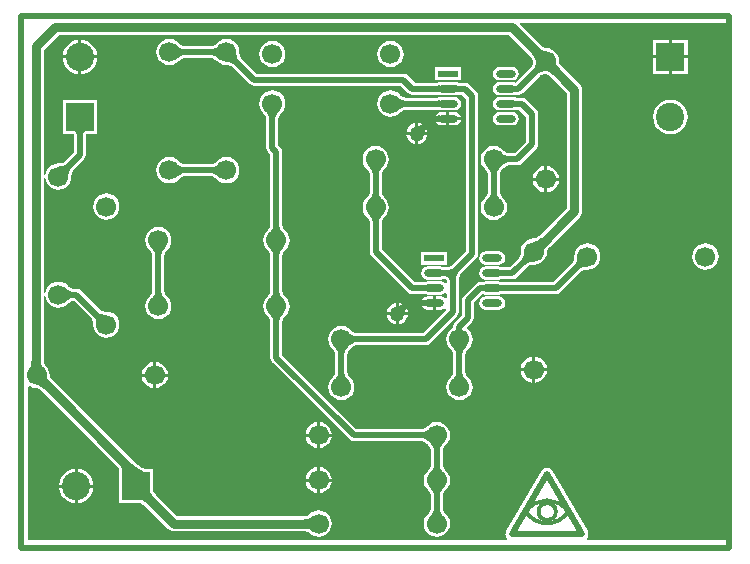
<source format=gtl>
G04 Layer_Physical_Order=1*
G04 Layer_Color=6759642*
%FSLAX44Y44*%
%MOMM*%
G71*
G01*
G75*
%ADD10C,0.3000*%
%ADD11R,1.7000X0.6000*%
%ADD12O,1.7000X0.6000*%
%ADD13C,0.5000*%
%ADD14C,0.8000*%
%ADD15C,2.4000*%
%ADD16R,2.4000X2.4000*%
%ADD17C,1.7000*%
%ADD18R,2.4000X2.4000*%
%ADD19C,1.2700*%
G36*
X54525Y352580D02*
X54100Y352430D01*
X53725Y352180D01*
X53400Y351830D01*
X53125Y351381D01*
X52900Y350830D01*
X52725Y350181D01*
X52600Y349431D01*
X52525Y348581D01*
X52500Y347631D01*
X47500D01*
X47475Y348581D01*
X47400Y349431D01*
X47275Y350181D01*
X47100Y350830D01*
X46875Y351381D01*
X46600Y351830D01*
X46275Y352180D01*
X45900Y352430D01*
X45475Y352580D01*
X45000Y352631D01*
X55000D01*
X54525Y352580D01*
D02*
G37*
G36*
X453027Y411314D02*
X453120Y410751D01*
X453280Y410179D01*
X453505Y409595D01*
X453796Y409001D01*
X454152Y408396D01*
X454575Y407780D01*
X455063Y407154D01*
X455618Y406517D01*
X456238Y405869D01*
X450581Y400212D01*
X449933Y400832D01*
X448670Y401875D01*
X448054Y402298D01*
X447449Y402654D01*
X446855Y402945D01*
X446271Y403170D01*
X445699Y403330D01*
X445136Y403423D01*
X444585Y403450D01*
X453000Y411865D01*
X453027Y411314D01*
D02*
G37*
G36*
X94355Y70908D02*
X97528Y68185D01*
X99028Y67079D01*
X100471Y66142D01*
X101857Y65375D01*
X103185Y64779D01*
X104455Y64352D01*
X105668Y64096D01*
X106824Y64009D01*
X85821Y64040D01*
X85804Y64822D01*
X85674Y66243D01*
X85561Y66880D01*
X85414Y67470D01*
X85236Y68012D01*
X85025Y68505D01*
X84781Y68951D01*
X84505Y69348D01*
X84197Y69696D01*
X92682Y72525D01*
X94355Y70908D01*
D02*
G37*
G36*
X596900Y6350D02*
X479599D01*
X479238Y7221D01*
X479153Y7620D01*
X479296Y7834D01*
X479555Y8063D01*
X479848Y8660D01*
X480218Y9214D01*
X480285Y9553D01*
X480437Y9864D01*
X480479Y10527D01*
X480609Y11180D01*
X480541Y11519D01*
X480563Y11865D01*
X480347Y12494D01*
X480218Y13147D01*
X480025Y13434D01*
X479913Y13762D01*
X449963Y65311D01*
X449751Y65553D01*
X449610Y65841D01*
X449093Y66298D01*
X448637Y66815D01*
X448349Y66957D01*
X448108Y67169D01*
X447456Y67394D01*
X446836Y67697D01*
X446516Y67717D01*
X446212Y67822D01*
X445524Y67780D01*
X444835Y67823D01*
X444531Y67719D01*
X444211Y67699D01*
X443591Y67397D01*
X442938Y67173D01*
X442697Y66961D01*
X442409Y66820D01*
X441952Y66303D01*
X441435Y65847D01*
X441293Y65559D01*
X441081Y65318D01*
X411031Y13768D01*
X410917Y13437D01*
X410722Y13147D01*
X410593Y12498D01*
X410378Y11872D01*
X410400Y11523D01*
X410331Y11180D01*
X410460Y10531D01*
X410501Y9871D01*
X410654Y9556D01*
X410722Y9214D01*
X411090Y8663D01*
X411380Y8069D01*
X411642Y7837D01*
X411787Y7620D01*
X411702Y7221D01*
X411341Y6350D01*
X6350D01*
Y136185D01*
X7489Y136747D01*
X7932Y136407D01*
X10618Y135294D01*
X13500Y134915D01*
X13759Y134949D01*
X13859Y134944D01*
X14138Y134897D01*
X14457Y134809D01*
X14818Y134670D01*
X15220Y134473D01*
X15662Y134212D01*
X16110Y133905D01*
X17211Y132996D01*
X17549Y132673D01*
X82381Y67840D01*
X82465Y67745D01*
X82576Y67586D01*
X82693Y67372D01*
X82811Y67095D01*
X82924Y66752D01*
X83026Y66341D01*
X83105Y65897D01*
X83217Y64677D01*
X83231Y63986D01*
X83250Y63901D01*
Y37530D01*
X98349D01*
X98446Y37511D01*
X98543Y37530D01*
X101967D01*
X102492Y37230D01*
X103598Y36460D01*
X106381Y34106D01*
X107671Y32861D01*
X124876Y15656D01*
X126242Y14607D01*
X127833Y13948D01*
X129540Y13724D01*
X239939D01*
X240439Y13713D01*
X241150Y13663D01*
X241792Y13584D01*
X242360Y13478D01*
X242857Y13350D01*
X243281Y13205D01*
X243635Y13048D01*
X243923Y12885D01*
X244153Y12721D01*
X244227Y12653D01*
X244386Y12446D01*
X246692Y10677D01*
X249378Y9564D01*
X252260Y9185D01*
X255142Y9564D01*
X257828Y10677D01*
X260134Y12446D01*
X261903Y14752D01*
X263016Y17438D01*
X263395Y20320D01*
X263016Y23202D01*
X261903Y25888D01*
X260134Y28194D01*
X257828Y29963D01*
X255142Y31076D01*
X252260Y31455D01*
X249378Y31076D01*
X246692Y29963D01*
X244386Y28194D01*
X244227Y27987D01*
X244153Y27919D01*
X243923Y27755D01*
X243635Y27592D01*
X243281Y27435D01*
X242857Y27290D01*
X242360Y27162D01*
X241827Y27063D01*
X240405Y26927D01*
X239939Y26916D01*
X132272D01*
X117159Y42030D01*
X114438Y44961D01*
X113420Y46233D01*
X112630Y47368D01*
X112330Y47893D01*
Y51317D01*
X112349Y51414D01*
X112330Y51511D01*
Y66610D01*
X106772D01*
X106035Y66665D01*
X105138Y66855D01*
X104130Y67193D01*
X103016Y67694D01*
X101805Y68364D01*
X100503Y69209D01*
X99142Y70213D01*
X96100Y72824D01*
X94778Y74100D01*
X26877Y142001D01*
X26531Y142363D01*
X26063Y142902D01*
X25666Y143411D01*
X25338Y143888D01*
X25077Y144330D01*
X24880Y144732D01*
X24741Y145093D01*
X24653Y145412D01*
X24606Y145691D01*
X24601Y145791D01*
X24635Y146050D01*
X24256Y148932D01*
X23143Y151618D01*
X21374Y153924D01*
X20848Y154327D01*
X20806Y154388D01*
X20521Y154663D01*
X20357Y154866D01*
X20195Y155122D01*
X20037Y155443D01*
X19888Y155837D01*
X19756Y156306D01*
X19653Y156813D01*
X19508Y158208D01*
X19496Y158687D01*
Y212924D01*
X20766Y213008D01*
X20994Y211278D01*
X22107Y208592D01*
X23876Y206286D01*
X26182Y204517D01*
X28868Y203404D01*
X31750Y203025D01*
X34632Y203404D01*
X37318Y204517D01*
X39624Y206286D01*
X39816Y206537D01*
X40241Y206946D01*
X40803Y207425D01*
X41355Y207836D01*
X41895Y208180D01*
X42424Y208462D01*
X42942Y208686D01*
X43451Y208855D01*
X43956Y208974D01*
X44299Y209021D01*
X44861D01*
X59883Y194000D01*
X60091Y193724D01*
X60365Y193283D01*
X60605Y192803D01*
X60813Y192279D01*
X60988Y191705D01*
X61126Y191080D01*
X61226Y190399D01*
X61285Y189663D01*
X61296Y189073D01*
X61255Y188760D01*
X61634Y185878D01*
X62747Y183192D01*
X64516Y180886D01*
X66822Y179117D01*
X69508Y178004D01*
X72390Y177625D01*
X75272Y178004D01*
X77958Y179117D01*
X80264Y180886D01*
X82033Y183192D01*
X83146Y185878D01*
X83525Y188760D01*
X83146Y191642D01*
X82033Y194328D01*
X80264Y196634D01*
X77958Y198403D01*
X75272Y199516D01*
X72390Y199895D01*
X72077Y199854D01*
X71487Y199865D01*
X70751Y199924D01*
X70070Y200024D01*
X69445Y200162D01*
X68871Y200337D01*
X68347Y200545D01*
X67867Y200785D01*
X67426Y201059D01*
X67150Y201267D01*
X50624Y217794D01*
X48956Y218908D01*
X46990Y219299D01*
X44299D01*
X43956Y219347D01*
X43451Y219465D01*
X42942Y219634D01*
X42424Y219858D01*
X41895Y220140D01*
X41355Y220484D01*
X40803Y220895D01*
X40241Y221374D01*
X39816Y221783D01*
X39624Y222034D01*
X37318Y223803D01*
X34632Y224916D01*
X31750Y225295D01*
X28868Y224916D01*
X26182Y223803D01*
X23876Y222034D01*
X22107Y219728D01*
X20994Y217042D01*
X20766Y215312D01*
X19496Y215396D01*
Y312924D01*
X20766Y313008D01*
X20994Y311278D01*
X22107Y308592D01*
X23876Y306286D01*
X26182Y304517D01*
X28868Y303404D01*
X31750Y303025D01*
X34632Y303404D01*
X37318Y304517D01*
X39624Y306286D01*
X41393Y308592D01*
X42506Y311278D01*
X42885Y314160D01*
X42844Y314473D01*
X42855Y315063D01*
X42914Y315799D01*
X43014Y316480D01*
X43152Y317105D01*
X43327Y317679D01*
X43535Y318203D01*
X43775Y318683D01*
X44049Y319124D01*
X44257Y319400D01*
X53634Y328776D01*
X54748Y330443D01*
X55139Y332410D01*
Y348738D01*
X55171Y349103D01*
X55259Y349630D01*
X55359Y350000D01*
X55383Y350060D01*
X64540D01*
Y379140D01*
X35460D01*
Y350060D01*
X44617D01*
X44641Y350000D01*
X44741Y349630D01*
X44829Y349103D01*
X44861Y348738D01*
Y334538D01*
X36990Y326667D01*
X36714Y326459D01*
X36273Y326185D01*
X35793Y325945D01*
X35269Y325737D01*
X34695Y325562D01*
X34070Y325424D01*
X33389Y325324D01*
X32653Y325265D01*
X32063Y325254D01*
X31750Y325295D01*
X28868Y324916D01*
X26182Y323803D01*
X23876Y322034D01*
X22107Y319728D01*
X20994Y317042D01*
X20766Y315312D01*
X19496Y315396D01*
Y421648D01*
X31942Y434094D01*
X413028D01*
X431123Y415999D01*
X431469Y415637D01*
X431937Y415098D01*
X432335Y414589D01*
X432662Y414112D01*
X432923Y413670D01*
X433120Y413268D01*
X433259Y412907D01*
X433347Y412588D01*
X433394Y412309D01*
X433399Y412209D01*
X433365Y411950D01*
X433406Y411637D01*
X433395Y411047D01*
X433336Y410311D01*
X433236Y409630D01*
X433098Y409005D01*
X432923Y408431D01*
X432715Y407907D01*
X432475Y407427D01*
X432201Y406986D01*
X431993Y406710D01*
X419041Y393759D01*
X418361D01*
X418242Y393839D01*
X416080Y394268D01*
X405080D01*
X402918Y393839D01*
X401086Y392614D01*
X399861Y390782D01*
X399431Y388620D01*
X399861Y386458D01*
X401086Y384626D01*
X402918Y383401D01*
X405080Y382971D01*
X416080D01*
X418242Y383401D01*
X418361Y383481D01*
X421170D01*
X423136Y383872D01*
X424804Y384986D01*
X439260Y399443D01*
X439536Y399651D01*
X439977Y399925D01*
X440457Y400165D01*
X440981Y400373D01*
X441555Y400548D01*
X442180Y400686D01*
X442861Y400786D01*
X443597Y400845D01*
X444187Y400856D01*
X444500Y400815D01*
X444759Y400849D01*
X444859Y400844D01*
X445138Y400797D01*
X445457Y400709D01*
X445818Y400570D01*
X446220Y400373D01*
X446662Y400112D01*
X447110Y399805D01*
X448211Y398896D01*
X448549Y398573D01*
X462034Y385088D01*
Y287682D01*
X438389Y264037D01*
X438027Y263691D01*
X437488Y263223D01*
X436979Y262826D01*
X436502Y262498D01*
X436060Y262237D01*
X435658Y262040D01*
X435297Y261901D01*
X434978Y261813D01*
X434699Y261766D01*
X434599Y261761D01*
X434340Y261795D01*
X431458Y261416D01*
X428772Y260303D01*
X426466Y258534D01*
X424697Y256228D01*
X423584Y253542D01*
X423205Y250660D01*
X423246Y250347D01*
X423235Y249757D01*
X423176Y249021D01*
X423076Y248340D01*
X422938Y247715D01*
X422763Y247141D01*
X422555Y246617D01*
X422315Y246137D01*
X422041Y245696D01*
X421833Y245420D01*
X413961Y237549D01*
X408671D01*
X407532Y237593D01*
X406665Y237674D01*
X406433Y237710D01*
X406332Y237732D01*
X406227Y237766D01*
X405967Y237796D01*
X404650Y238058D01*
X393650D01*
X391488Y237629D01*
X389656Y236404D01*
X388432Y234572D01*
X388002Y232410D01*
X388432Y230248D01*
X389656Y228416D01*
X391488Y227191D01*
X393650Y226761D01*
X404650D01*
X405968Y227024D01*
X406227Y227055D01*
X406320Y227085D01*
X409609Y227271D01*
X416090D01*
X418056Y227662D01*
X419724Y228776D01*
X429100Y238153D01*
X429376Y238361D01*
X429817Y238635D01*
X430297Y238875D01*
X430821Y239083D01*
X431395Y239258D01*
X432020Y239396D01*
X432701Y239496D01*
X433437Y239555D01*
X434027Y239566D01*
X434340Y239525D01*
X437222Y239904D01*
X439908Y241017D01*
X442214Y242786D01*
X443983Y245092D01*
X445096Y247778D01*
X445475Y250660D01*
X445441Y250919D01*
X445446Y251019D01*
X445493Y251298D01*
X445581Y251617D01*
X445720Y251978D01*
X445917Y252380D01*
X446178Y252822D01*
X446485Y253270D01*
X447394Y254371D01*
X447717Y254709D01*
X473294Y280286D01*
X474343Y281652D01*
X475002Y283243D01*
X475226Y284950D01*
Y387820D01*
X475002Y389527D01*
X474343Y391118D01*
X473294Y392484D01*
X457877Y407901D01*
X457531Y408263D01*
X457062Y408802D01*
X456665Y409311D01*
X456338Y409788D01*
X456077Y410230D01*
X455880Y410632D01*
X455741Y410993D01*
X455653Y411312D01*
X455606Y411591D01*
X455601Y411691D01*
X455635Y411950D01*
X455256Y414832D01*
X454143Y417518D01*
X452374Y419824D01*
X450068Y421593D01*
X447382Y422706D01*
X444500Y423085D01*
X444241Y423051D01*
X444141Y423056D01*
X443862Y423103D01*
X443543Y423191D01*
X443182Y423330D01*
X442780Y423527D01*
X442338Y423788D01*
X441890Y424095D01*
X440789Y425004D01*
X440451Y425327D01*
X422452Y443327D01*
X422938Y444500D01*
X596900D01*
Y6350D01*
D02*
G37*
G36*
X109307Y50792D02*
X109081Y50057D01*
Y49208D01*
X109307Y48246D01*
X109760Y47172D01*
X110438Y45984D01*
X111343Y44682D01*
X112475Y43268D01*
X115416Y40100D01*
X109760Y34444D01*
X108119Y36028D01*
X105177Y38517D01*
X103876Y39422D01*
X102688Y40100D01*
X101614Y40553D01*
X100652Y40779D01*
X99803D01*
X99068Y40553D01*
X98446Y40100D01*
X109760Y51414D01*
X109307Y50792D01*
D02*
G37*
G36*
X38500Y219454D02*
X39188Y218868D01*
X39884Y218351D01*
X40588Y217902D01*
X41300Y217523D01*
X42019Y217212D01*
X42746Y216971D01*
X43481Y216798D01*
X44223Y216695D01*
X44974Y216660D01*
Y211660D01*
X44223Y211625D01*
X43481Y211522D01*
X42746Y211350D01*
X42019Y211108D01*
X41300Y210798D01*
X40588Y210418D01*
X39884Y209970D01*
X39188Y209452D01*
X38500Y208866D01*
X37820Y208210D01*
Y220110D01*
X38500Y219454D01*
D02*
G37*
G36*
X446078Y256741D02*
X445458Y256093D01*
X444415Y254830D01*
X443992Y254214D01*
X443635Y253609D01*
X443345Y253015D01*
X443120Y252431D01*
X442960Y251859D01*
X442867Y251296D01*
X442840Y250745D01*
X434425Y259160D01*
X434976Y259187D01*
X435539Y259280D01*
X436111Y259440D01*
X436695Y259665D01*
X437289Y259956D01*
X437894Y260312D01*
X438510Y260735D01*
X439136Y261223D01*
X439773Y261778D01*
X440421Y262398D01*
X446078Y256741D01*
D02*
G37*
G36*
X434342Y246660D02*
X434197Y246604D01*
X433949Y246435D01*
X433597Y246153D01*
X431922Y244632D01*
X431852Y244563D01*
X434255Y242160D01*
X433311Y242143D01*
X432409Y242071D01*
X431551Y241945D01*
X430737Y241765D01*
X429965Y241530D01*
X429237Y241241D01*
X428552Y240897D01*
X427910Y240500D01*
X427312Y240048D01*
X426757Y239541D01*
X423221Y243077D01*
X423728Y243632D01*
X424180Y244230D01*
X424577Y244872D01*
X424921Y245557D01*
X425210Y246285D01*
X425445Y247057D01*
X425625Y247871D01*
X425751Y248729D01*
X425823Y249631D01*
X425840Y250575D01*
X428138Y248278D01*
X430340Y250662D01*
X434342Y246660D01*
D02*
G37*
G36*
X444502Y407950D02*
X444357Y407894D01*
X444109Y407725D01*
X443757Y407443D01*
X442082Y405922D01*
X442012Y405853D01*
X444415Y403450D01*
X443470Y403433D01*
X442569Y403361D01*
X441711Y403235D01*
X440897Y403055D01*
X440125Y402820D01*
X439397Y402531D01*
X438712Y402187D01*
X438070Y401790D01*
X437472Y401338D01*
X436917Y400831D01*
X433381Y404367D01*
X433888Y404922D01*
X434340Y405520D01*
X434737Y406162D01*
X435081Y406847D01*
X435370Y407575D01*
X435605Y408347D01*
X435785Y409161D01*
X435911Y410019D01*
X435983Y410920D01*
X436000Y411865D01*
X438298Y409568D01*
X440500Y411953D01*
X444502Y407950D01*
D02*
G37*
G36*
X42869Y321743D02*
X42362Y321188D01*
X41910Y320590D01*
X41513Y319948D01*
X41169Y319263D01*
X40880Y318535D01*
X40645Y317763D01*
X40465Y316949D01*
X40339Y316091D01*
X40267Y315189D01*
X40250Y314245D01*
X31835Y322660D01*
X32780Y322677D01*
X33681Y322749D01*
X34539Y322875D01*
X35353Y323055D01*
X36125Y323290D01*
X36853Y323579D01*
X37538Y323923D01*
X38180Y324320D01*
X38778Y324772D01*
X39333Y325279D01*
X42869Y321743D01*
D02*
G37*
G36*
X65362Y199372D02*
X65960Y198920D01*
X66602Y198523D01*
X67287Y198179D01*
X68015Y197890D01*
X68787Y197655D01*
X69601Y197475D01*
X70459Y197349D01*
X71361Y197277D01*
X72305Y197260D01*
X63890Y188845D01*
X63873Y189790D01*
X63801Y190691D01*
X63675Y191549D01*
X63495Y192363D01*
X63260Y193135D01*
X62971Y193863D01*
X62627Y194548D01*
X62230Y195190D01*
X61778Y195788D01*
X61271Y196343D01*
X64807Y199879D01*
X65362Y199372D01*
D02*
G37*
G36*
X405654Y235228D02*
X405963Y235162D01*
X406350Y235103D01*
X407361Y235008D01*
X409469Y234926D01*
X411270Y234910D01*
Y229910D01*
X410330Y229906D01*
X405963Y229658D01*
X405654Y229592D01*
X405425Y229517D01*
Y235303D01*
X405654Y235228D01*
D02*
G37*
G36*
X16921Y158044D02*
X17090Y156421D01*
X17237Y155695D01*
X17427Y155025D01*
X17658Y154411D01*
X17932Y153855D01*
X18248Y153355D01*
X18606Y152912D01*
X19007Y152525D01*
X7136Y151685D01*
X7472Y152110D01*
X7771Y152587D01*
X8036Y153117D01*
X8265Y153699D01*
X8459Y154334D01*
X8618Y155022D01*
X8741Y155762D01*
X8829Y156554D01*
X8900Y158298D01*
X16900Y158940D01*
X16921Y158044D01*
D02*
G37*
G36*
X22027Y145414D02*
X22120Y144851D01*
X22280Y144279D01*
X22505Y143695D01*
X22796Y143101D01*
X23152Y142496D01*
X23575Y141880D01*
X24063Y141254D01*
X24618Y140617D01*
X25238Y139969D01*
X19581Y134312D01*
X18933Y134932D01*
X17670Y135975D01*
X17054Y136398D01*
X16449Y136755D01*
X15855Y137045D01*
X15271Y137270D01*
X14699Y137430D01*
X14136Y137523D01*
X13585Y137550D01*
X22000Y145965D01*
X22027Y145414D01*
D02*
G37*
G36*
X246190Y14370D02*
X245780Y14741D01*
X245317Y15072D01*
X244799Y15365D01*
X244228Y15618D01*
X243602Y15833D01*
X242922Y16008D01*
X242187Y16144D01*
X241399Y16242D01*
X240557Y16300D01*
X239660Y16320D01*
Y24320D01*
X240557Y24339D01*
X242187Y24495D01*
X242922Y24632D01*
X243602Y24808D01*
X244228Y25022D01*
X244799Y25275D01*
X245317Y25568D01*
X245780Y25900D01*
X246190Y26270D01*
Y14370D01*
D02*
G37*
G36*
X439067Y423068D02*
X440330Y422025D01*
X440946Y421602D01*
X441551Y421245D01*
X442145Y420955D01*
X442729Y420730D01*
X443301Y420570D01*
X443864Y420477D01*
X444415Y420450D01*
X436000Y412035D01*
X435973Y412586D01*
X435880Y413149D01*
X435720Y413721D01*
X435495Y414305D01*
X435205Y414899D01*
X434848Y415504D01*
X434425Y416120D01*
X433937Y416746D01*
X433382Y417383D01*
X432762Y418031D01*
X438419Y423688D01*
X439067Y423068D01*
D02*
G37*
%LPC*%
G36*
X404650Y250758D02*
X393650D01*
X391488Y250329D01*
X389656Y249104D01*
X388432Y247272D01*
X388002Y245110D01*
X388432Y242948D01*
X389656Y241116D01*
X391488Y239891D01*
X393650Y239461D01*
X404650D01*
X406812Y239891D01*
X408644Y241116D01*
X409869Y242948D01*
X410299Y245110D01*
X409869Y247272D01*
X408644Y249104D01*
X406812Y250329D01*
X404650Y250758D01*
D02*
G37*
G36*
X253530Y106218D02*
Y96520D01*
X263228D01*
X263016Y98132D01*
X261903Y100818D01*
X260134Y103124D01*
X257828Y104893D01*
X255142Y106006D01*
X253530Y106218D01*
D02*
G37*
G36*
X250990D02*
X249378Y106006D01*
X246692Y104893D01*
X244386Y103124D01*
X242617Y100818D01*
X241504Y98132D01*
X241292Y96520D01*
X250990D01*
Y106218D01*
D02*
G37*
G36*
X579590Y257515D02*
X576708Y257136D01*
X574022Y256023D01*
X571716Y254254D01*
X569947Y251948D01*
X568834Y249262D01*
X568455Y246380D01*
X568834Y243498D01*
X569947Y240812D01*
X571716Y238506D01*
X574022Y236737D01*
X576708Y235624D01*
X579590Y235245D01*
X582472Y235624D01*
X585158Y236737D01*
X587464Y238506D01*
X589233Y240812D01*
X590346Y243498D01*
X590725Y246380D01*
X590346Y249262D01*
X589233Y251948D01*
X587464Y254254D01*
X585158Y256023D01*
X582472Y257136D01*
X579590Y257515D01*
D02*
G37*
G36*
X361190Y250650D02*
X339110D01*
Y239570D01*
X361190D01*
Y250650D01*
D02*
G37*
G36*
X455468Y310680D02*
X445770D01*
Y300982D01*
X447382Y301194D01*
X450068Y302307D01*
X452374Y304076D01*
X454143Y306382D01*
X455256Y309068D01*
X455468Y310680D01*
D02*
G37*
G36*
X443230Y322918D02*
X441618Y322706D01*
X438932Y321593D01*
X436626Y319824D01*
X434857Y317518D01*
X433744Y314832D01*
X433532Y313220D01*
X443230D01*
Y322918D01*
D02*
G37*
G36*
X445770D02*
Y313220D01*
X455468D01*
X455256Y314832D01*
X454143Y317518D01*
X452374Y319824D01*
X450068Y321593D01*
X447382Y322706D01*
X445770Y322918D01*
D02*
G37*
G36*
X443230Y310680D02*
X433532D01*
X433744Y309068D01*
X434857Y306382D01*
X436626Y304076D01*
X438932Y302307D01*
X441618Y301194D01*
X443230Y300982D01*
Y310680D01*
D02*
G37*
G36*
X263228Y93980D02*
X253530D01*
Y84282D01*
X255142Y84494D01*
X257828Y85607D01*
X260134Y87376D01*
X261903Y89682D01*
X263016Y92368D01*
X263228Y93980D01*
D02*
G37*
G36*
X250990D02*
X241292D01*
X241504Y92368D01*
X242617Y89682D01*
X244386Y87376D01*
X246692Y85607D01*
X249378Y84494D01*
X250990Y84282D01*
Y93980D01*
D02*
G37*
G36*
X72390Y299895D02*
X69508Y299516D01*
X66822Y298403D01*
X64516Y296634D01*
X62747Y294328D01*
X61634Y291642D01*
X61255Y288760D01*
X61634Y285878D01*
X62747Y283192D01*
X64516Y280886D01*
X66822Y279117D01*
X69508Y278004D01*
X72390Y277625D01*
X75272Y278004D01*
X77958Y279117D01*
X80264Y280886D01*
X82033Y283192D01*
X83146Y285878D01*
X83525Y288760D01*
X83146Y291642D01*
X82033Y294328D01*
X80264Y296634D01*
X77958Y298403D01*
X75272Y299516D01*
X72390Y299895D01*
D02*
G37*
G36*
X479590Y257515D02*
X476708Y257136D01*
X474022Y256023D01*
X471716Y254254D01*
X469947Y251948D01*
X468834Y249262D01*
X468455Y246380D01*
X468496Y246067D01*
X468485Y245477D01*
X468426Y244741D01*
X468326Y244060D01*
X468188Y243435D01*
X468013Y242861D01*
X467805Y242337D01*
X467565Y241857D01*
X467291Y241416D01*
X467083Y241140D01*
X450792Y224849D01*
X408671D01*
X407532Y224893D01*
X406665Y224974D01*
X406433Y225010D01*
X406332Y225032D01*
X406227Y225065D01*
X405967Y225096D01*
X404650Y225359D01*
X393650D01*
X391488Y224929D01*
X391369Y224849D01*
X388620D01*
X386654Y224458D01*
X384986Y223344D01*
X374826Y213184D01*
X373712Y211516D01*
X373321Y209550D01*
Y196439D01*
X367676Y190794D01*
X366562Y189126D01*
X366171Y187160D01*
Y186351D01*
X365742Y186173D01*
X363436Y184404D01*
X361667Y182098D01*
X360554Y179412D01*
X360175Y176530D01*
X360554Y173648D01*
X361667Y170962D01*
X363436Y168656D01*
X363687Y168464D01*
X364096Y168039D01*
X364575Y167477D01*
X364986Y166925D01*
X365330Y166385D01*
X365612Y165856D01*
X365836Y165338D01*
X366005Y164829D01*
X366124Y164324D01*
X366171Y163981D01*
Y148439D01*
X366124Y148097D01*
X366005Y147591D01*
X365836Y147082D01*
X365612Y146564D01*
X365330Y146035D01*
X364986Y145495D01*
X364575Y144943D01*
X364096Y144381D01*
X363687Y143956D01*
X363436Y143764D01*
X361667Y141458D01*
X360554Y138772D01*
X360175Y135890D01*
X360554Y133008D01*
X361667Y130322D01*
X363436Y128016D01*
X365742Y126247D01*
X368428Y125134D01*
X371310Y124755D01*
X374192Y125134D01*
X376878Y126247D01*
X379184Y128016D01*
X380953Y130322D01*
X382066Y133008D01*
X382445Y135890D01*
X382066Y138772D01*
X380953Y141458D01*
X379184Y143764D01*
X378933Y143956D01*
X378524Y144381D01*
X378045Y144943D01*
X377634Y145495D01*
X377290Y146035D01*
X377008Y146564D01*
X376784Y147082D01*
X376615Y147591D01*
X376497Y148096D01*
X376449Y148439D01*
Y163981D01*
X376497Y164324D01*
X376615Y164829D01*
X376784Y165338D01*
X377008Y165856D01*
X377290Y166385D01*
X377634Y166925D01*
X378045Y167477D01*
X378524Y168039D01*
X378933Y168464D01*
X379184Y168656D01*
X380953Y170962D01*
X382066Y173648D01*
X382445Y176530D01*
X382066Y179412D01*
X380953Y182098D01*
X379184Y184404D01*
X378045Y185278D01*
X377962Y186545D01*
X382094Y190676D01*
X383208Y192344D01*
X383599Y194310D01*
Y207421D01*
X390748Y214571D01*
X391369D01*
X391488Y214491D01*
X393650Y214062D01*
X404650D01*
X405968Y214324D01*
X406227Y214354D01*
X406320Y214385D01*
X409609Y214571D01*
X452920D01*
X454887Y214962D01*
X456554Y216076D01*
X474350Y233873D01*
X474626Y234081D01*
X475067Y234355D01*
X475547Y234595D01*
X476071Y234803D01*
X476645Y234978D01*
X477270Y235116D01*
X477951Y235216D01*
X478687Y235275D01*
X479277Y235286D01*
X479590Y235245D01*
X482472Y235624D01*
X485158Y236737D01*
X487464Y238506D01*
X489233Y240812D01*
X490346Y243498D01*
X490725Y246380D01*
X490346Y249262D01*
X489233Y251948D01*
X487464Y254254D01*
X485158Y256023D01*
X482472Y257136D01*
X479590Y257515D01*
D02*
G37*
G36*
X116370Y271485D02*
X113488Y271106D01*
X110802Y269993D01*
X108496Y268224D01*
X106727Y265918D01*
X105614Y263232D01*
X105235Y260350D01*
X105614Y257468D01*
X106727Y254782D01*
X108496Y252476D01*
X108747Y252284D01*
X109156Y251859D01*
X109635Y251297D01*
X110046Y250745D01*
X110390Y250205D01*
X110672Y249676D01*
X110896Y249158D01*
X111065Y248649D01*
X111184Y248144D01*
X111231Y247801D01*
Y217019D01*
X111184Y216677D01*
X111065Y216171D01*
X110896Y215662D01*
X110672Y215144D01*
X110390Y214615D01*
X110046Y214075D01*
X109635Y213523D01*
X109156Y212960D01*
X108747Y212536D01*
X108496Y212344D01*
X106727Y210038D01*
X105614Y207352D01*
X105235Y204470D01*
X105614Y201588D01*
X106727Y198902D01*
X108496Y196596D01*
X110802Y194827D01*
X113488Y193714D01*
X116370Y193335D01*
X119252Y193714D01*
X121938Y194827D01*
X124244Y196596D01*
X126013Y198902D01*
X127126Y201588D01*
X127505Y204470D01*
X127126Y207352D01*
X126013Y210038D01*
X124244Y212344D01*
X123993Y212536D01*
X123584Y212960D01*
X123105Y213523D01*
X122694Y214075D01*
X122350Y214615D01*
X122068Y215144D01*
X121844Y215662D01*
X121675Y216171D01*
X121557Y216676D01*
X121509Y217019D01*
Y247801D01*
X121557Y248144D01*
X121675Y248649D01*
X121844Y249158D01*
X122068Y249676D01*
X122350Y250205D01*
X122694Y250745D01*
X123105Y251297D01*
X123584Y251859D01*
X123993Y252284D01*
X124244Y252476D01*
X126013Y254782D01*
X127126Y257468D01*
X127505Y260350D01*
X127126Y263232D01*
X126013Y265918D01*
X124244Y268224D01*
X121938Y269993D01*
X119252Y271106D01*
X116370Y271485D01*
D02*
G37*
G36*
X327570Y196850D02*
X320040D01*
Y189321D01*
X321091Y189459D01*
X323253Y190355D01*
X325110Y191780D01*
X326535Y193637D01*
X327431Y195799D01*
X327570Y196850D01*
D02*
G37*
G36*
X320040Y203263D02*
Y199390D01*
X323913D01*
X320040Y203263D01*
D02*
G37*
G36*
X317500Y206919D02*
X316449Y206781D01*
X314287Y205885D01*
X312430Y204460D01*
X311005Y202603D01*
X310109Y200441D01*
X309970Y199390D01*
X317500D01*
Y206919D01*
D02*
G37*
G36*
Y196850D02*
X309970D01*
X310109Y195799D01*
X311005Y193637D01*
X312430Y191780D01*
X314287Y190355D01*
X316449Y189459D01*
X317500Y189321D01*
Y196850D01*
D02*
G37*
G36*
X435610Y161628D02*
Y151930D01*
X445308D01*
X445096Y153542D01*
X443983Y156228D01*
X442214Y158534D01*
X439908Y160303D01*
X437222Y161416D01*
X435610Y161628D01*
D02*
G37*
G36*
X433070D02*
X431458Y161416D01*
X428772Y160303D01*
X426466Y158534D01*
X424697Y156228D01*
X423584Y153542D01*
X423372Y151930D01*
X433070D01*
Y161628D01*
D02*
G37*
G36*
X112230Y157018D02*
X110618Y156806D01*
X107932Y155693D01*
X105626Y153924D01*
X103857Y151618D01*
X102744Y148932D01*
X102532Y147320D01*
X112230D01*
Y157018D01*
D02*
G37*
G36*
X114770D02*
Y147320D01*
X124468D01*
X124256Y148932D01*
X123143Y151618D01*
X121374Y153924D01*
X119068Y155693D01*
X116382Y156806D01*
X114770Y157018D01*
D02*
G37*
G36*
X433070Y149390D02*
X423372D01*
X423584Y147778D01*
X424697Y145092D01*
X426466Y142786D01*
X428772Y141017D01*
X431458Y139904D01*
X433070Y139692D01*
Y149390D01*
D02*
G37*
G36*
X445308D02*
X435610D01*
Y139692D01*
X437222Y139904D01*
X439908Y141017D01*
X442214Y142786D01*
X443983Y145092D01*
X445096Y147778D01*
X445308Y149390D01*
D02*
G37*
G36*
X112230Y144780D02*
X102532D01*
X102744Y143168D01*
X103857Y140482D01*
X105626Y138176D01*
X107932Y136407D01*
X110618Y135294D01*
X112230Y135082D01*
Y144780D01*
D02*
G37*
G36*
X124468D02*
X114770D01*
Y135082D01*
X116382Y135294D01*
X119068Y136407D01*
X121374Y138176D01*
X123143Y140482D01*
X124256Y143168D01*
X124468Y144780D01*
D02*
G37*
G36*
X348880Y212659D02*
X344650D01*
X342488Y212229D01*
X340656Y211004D01*
X339687Y209555D01*
X343337Y209762D01*
X343646Y209828D01*
X343875Y209903D01*
Y208280D01*
X348880D01*
Y212659D01*
D02*
G37*
G36*
X404650D02*
X393650D01*
X391488Y212229D01*
X389656Y211004D01*
X388432Y209172D01*
X388002Y207010D01*
X388432Y204848D01*
X389656Y203016D01*
X391488Y201791D01*
X393650Y201362D01*
X404650D01*
X406812Y201791D01*
X408644Y203016D01*
X409869Y204848D01*
X410299Y207010D01*
X409869Y209172D01*
X408644Y211004D01*
X406812Y212229D01*
X404650Y212659D01*
D02*
G37*
G36*
X326636Y202360D02*
X326544Y202249D01*
X326206Y201773D01*
X325913Y201287D01*
X325666Y200793D01*
X325465Y200289D01*
X325310Y199776D01*
X325229Y199390D01*
X327570D01*
X327431Y200441D01*
X326636Y202360D01*
D02*
G37*
G36*
X320040Y206919D02*
Y204579D01*
X320426Y204660D01*
X320939Y204815D01*
X321443Y205016D01*
X321937Y205263D01*
X322423Y205556D01*
X322899Y205894D01*
X323010Y205986D01*
X321091Y206781D01*
X320040Y206919D01*
D02*
G37*
G36*
X348880Y205740D02*
X343875D01*
Y204117D01*
X343646Y204192D01*
X343337Y204258D01*
X342950Y204317D01*
X341939Y204412D01*
X339831Y204494D01*
X339667Y204496D01*
X340656Y203016D01*
X342488Y201791D01*
X344650Y201362D01*
X348880D01*
Y205740D01*
D02*
G37*
G36*
X416080Y406968D02*
X405080D01*
X402918Y406539D01*
X401086Y405314D01*
X399861Y403482D01*
X399431Y401320D01*
X399861Y399158D01*
X401086Y397326D01*
X402918Y396101D01*
X405080Y395672D01*
X416080D01*
X418242Y396101D01*
X420074Y397326D01*
X421298Y399158D01*
X421729Y401320D01*
X421298Y403482D01*
X420074Y405314D01*
X418242Y406539D01*
X416080Y406968D01*
D02*
G37*
G36*
X45720Y50800D02*
X32492D01*
X32824Y48274D01*
X34289Y44737D01*
X36620Y41700D01*
X39657Y39369D01*
X43194Y37904D01*
X45720Y37572D01*
Y50800D01*
D02*
G37*
G36*
X372620Y406860D02*
X350540D01*
Y395780D01*
X372620D01*
Y406860D01*
D02*
G37*
G36*
X564540Y414130D02*
X551270D01*
Y400860D01*
X564540D01*
Y414130D01*
D02*
G37*
G36*
X548730D02*
X535460D01*
Y400860D01*
X548730D01*
Y414130D01*
D02*
G37*
G36*
X367080Y368868D02*
X362850D01*
Y364490D01*
X372476D01*
X372299Y365382D01*
X371074Y367214D01*
X369242Y368439D01*
X367080Y368868D01*
D02*
G37*
G36*
X360310D02*
X356080D01*
X353918Y368439D01*
X352086Y367214D01*
X351117Y365765D01*
X354767Y365972D01*
X355075Y366038D01*
X355305Y366113D01*
Y364490D01*
X360310D01*
Y368868D01*
D02*
G37*
G36*
X250990Y55880D02*
X241292D01*
X241504Y54268D01*
X242617Y51582D01*
X244386Y49276D01*
X246692Y47507D01*
X249378Y46394D01*
X250990Y46182D01*
Y55880D01*
D02*
G37*
G36*
X61488Y50800D02*
X48260D01*
Y37572D01*
X50786Y37904D01*
X54323Y39369D01*
X57360Y41700D01*
X59691Y44737D01*
X61156Y48274D01*
X61488Y50800D01*
D02*
G37*
G36*
X312890Y387055D02*
X310008Y386676D01*
X307322Y385563D01*
X305016Y383794D01*
X303247Y381488D01*
X302134Y378802D01*
X301755Y375920D01*
X302134Y373038D01*
X303247Y370352D01*
X305016Y368046D01*
X307322Y366277D01*
X310008Y365164D01*
X312890Y364785D01*
X315772Y365164D01*
X318458Y366277D01*
X320764Y368046D01*
X320956Y368297D01*
X321381Y368706D01*
X321943Y369185D01*
X322495Y369596D01*
X323035Y369940D01*
X323564Y370222D01*
X324082Y370446D01*
X324591Y370615D01*
X325096Y370733D01*
X325439Y370781D01*
X352059D01*
X353198Y370737D01*
X354064Y370656D01*
X354297Y370620D01*
X354398Y370598D01*
X354503Y370564D01*
X354762Y370533D01*
X356080Y370271D01*
X367080D01*
X369242Y370701D01*
X371074Y371926D01*
X372299Y373758D01*
X372729Y375920D01*
X372299Y378082D01*
X371074Y379914D01*
X369242Y381139D01*
X367080Y381568D01*
X356080D01*
X354762Y381306D01*
X354503Y381275D01*
X354410Y381245D01*
X351121Y381059D01*
X325439D01*
X325097Y381106D01*
X324591Y381225D01*
X324082Y381394D01*
X323564Y381618D01*
X323036Y381900D01*
X322495Y382244D01*
X321943Y382655D01*
X321381Y383134D01*
X320956Y383543D01*
X320764Y383794D01*
X318458Y385563D01*
X315772Y386676D01*
X312890Y387055D01*
D02*
G37*
G36*
X564540Y429940D02*
X551270D01*
Y416670D01*
X564540D01*
Y429940D01*
D02*
G37*
G36*
X548730D02*
X535460D01*
Y416670D01*
X548730D01*
Y429940D01*
D02*
G37*
G36*
X48730Y429898D02*
X46204Y429566D01*
X42667Y428101D01*
X39630Y425770D01*
X37299Y422733D01*
X35834Y419196D01*
X35502Y416670D01*
X48730D01*
Y429898D01*
D02*
G37*
G36*
X173990Y430705D02*
X171108Y430326D01*
X168422Y429213D01*
X166116Y427444D01*
X165924Y427193D01*
X165499Y426784D01*
X164937Y426305D01*
X164385Y425894D01*
X163845Y425550D01*
X163316Y425268D01*
X162798Y425044D01*
X162289Y424875D01*
X161784Y424757D01*
X161441Y424709D01*
X138279D01*
X137936Y424757D01*
X137431Y424875D01*
X136922Y425044D01*
X136404Y425268D01*
X135876Y425550D01*
X135335Y425894D01*
X134783Y426305D01*
X134221Y426784D01*
X133796Y427193D01*
X133604Y427444D01*
X131298Y429213D01*
X128612Y430326D01*
X125730Y430705D01*
X122848Y430326D01*
X120162Y429213D01*
X117856Y427444D01*
X116087Y425138D01*
X114974Y422452D01*
X114595Y419570D01*
X114974Y416688D01*
X116087Y414002D01*
X117856Y411696D01*
X120162Y409927D01*
X122848Y408814D01*
X125730Y408435D01*
X128612Y408814D01*
X131298Y409927D01*
X133604Y411696D01*
X133796Y411947D01*
X134221Y412356D01*
X134783Y412835D01*
X135335Y413246D01*
X135875Y413590D01*
X136404Y413872D01*
X136922Y414096D01*
X137431Y414265D01*
X137936Y414384D01*
X138279Y414431D01*
X161441D01*
X161784Y414384D01*
X162289Y414265D01*
X162798Y414096D01*
X163316Y413872D01*
X163845Y413590D01*
X164385Y413246D01*
X164937Y412835D01*
X165499Y412356D01*
X165924Y411947D01*
X166116Y411696D01*
X168422Y409927D01*
X171108Y408814D01*
X173990Y408435D01*
X174303Y408476D01*
X174893Y408465D01*
X175629Y408406D01*
X176310Y408306D01*
X176935Y408168D01*
X177509Y407993D01*
X178033Y407785D01*
X178513Y407545D01*
X178954Y407271D01*
X179230Y407063D01*
X193686Y392606D01*
X195354Y391492D01*
X197320Y391101D01*
X321721D01*
X327836Y384986D01*
X329504Y383872D01*
X331470Y383481D01*
X352059D01*
X353198Y383437D01*
X354064Y383356D01*
X354297Y383320D01*
X354398Y383298D01*
X354503Y383265D01*
X354762Y383233D01*
X356080Y382971D01*
X367080D01*
X368398Y383233D01*
X368657Y383265D01*
X368750Y383295D01*
X372039Y383481D01*
X373792D01*
X377131Y380141D01*
Y251049D01*
X365712Y239629D01*
X365248Y239258D01*
X364638Y238843D01*
X364011Y238488D01*
X363366Y238188D01*
X362699Y237944D01*
X362005Y237753D01*
X361280Y237614D01*
X360689Y237549D01*
X359671D01*
X358532Y237593D01*
X357665Y237674D01*
X357433Y237710D01*
X357332Y237732D01*
X357227Y237766D01*
X356968Y237796D01*
X355650Y238058D01*
X344650D01*
X342488Y237629D01*
X340656Y236404D01*
X339431Y234572D01*
X339002Y232410D01*
X339431Y230248D01*
X340656Y228416D01*
X342488Y227191D01*
X344650Y226761D01*
X355650D01*
X356968Y227024D01*
X357227Y227055D01*
X357320Y227085D01*
X359374Y227201D01*
X359422Y227193D01*
X359779Y227074D01*
X360013Y226948D01*
X360170Y226820D01*
X360298Y226663D01*
X360424Y226429D01*
X360543Y226072D01*
X360621Y225627D01*
Y224354D01*
X359351Y223900D01*
X357812Y224929D01*
X355650Y225359D01*
X344650D01*
X343332Y225096D01*
X343073Y225065D01*
X342980Y225035D01*
X339691Y224849D01*
X333599D01*
X305659Y252789D01*
Y275741D01*
X305707Y276084D01*
X305825Y276589D01*
X305994Y277098D01*
X306218Y277616D01*
X306500Y278144D01*
X306844Y278685D01*
X307255Y279237D01*
X307734Y279799D01*
X308143Y280224D01*
X308394Y280416D01*
X310163Y282722D01*
X311276Y285408D01*
X311655Y288290D01*
X311276Y291172D01*
X310163Y293858D01*
X308394Y296164D01*
X308143Y296356D01*
X307734Y296780D01*
X307255Y297343D01*
X306844Y297895D01*
X306500Y298435D01*
X306218Y298964D01*
X305994Y299482D01*
X305825Y299991D01*
X305707Y300496D01*
X305659Y300839D01*
Y316381D01*
X305707Y316723D01*
X305825Y317229D01*
X305994Y317738D01*
X306218Y318256D01*
X306500Y318785D01*
X306844Y319325D01*
X307255Y319877D01*
X307734Y320439D01*
X308143Y320864D01*
X308394Y321056D01*
X310163Y323362D01*
X311276Y326048D01*
X311655Y328930D01*
X311276Y331812D01*
X310163Y334498D01*
X308394Y336804D01*
X306088Y338573D01*
X303402Y339686D01*
X300520Y340065D01*
X297638Y339686D01*
X294952Y338573D01*
X292646Y336804D01*
X290877Y334498D01*
X289764Y331812D01*
X289385Y328930D01*
X289764Y326048D01*
X290877Y323362D01*
X292646Y321056D01*
X292897Y320864D01*
X293306Y320439D01*
X293785Y319877D01*
X294196Y319325D01*
X294540Y318785D01*
X294822Y318256D01*
X295046Y317738D01*
X295215Y317229D01*
X295333Y316724D01*
X295381Y316381D01*
Y300839D01*
X295333Y300497D01*
X295215Y299991D01*
X295046Y299482D01*
X294822Y298964D01*
X294540Y298435D01*
X294196Y297895D01*
X293785Y297343D01*
X293306Y296780D01*
X292897Y296356D01*
X292646Y296164D01*
X290877Y293858D01*
X289764Y291172D01*
X289385Y288290D01*
X289764Y285408D01*
X290877Y282722D01*
X292646Y280416D01*
X292897Y280224D01*
X293306Y279799D01*
X293785Y279237D01*
X294196Y278685D01*
X294540Y278145D01*
X294822Y277616D01*
X295046Y277098D01*
X295215Y276589D01*
X295333Y276084D01*
X295381Y275741D01*
Y250660D01*
X295772Y248694D01*
X296886Y247026D01*
X327836Y216076D01*
X329504Y214962D01*
X331470Y214571D01*
X340629D01*
X341768Y214527D01*
X342635Y214446D01*
X342867Y214410D01*
X342968Y214388D01*
X343073Y214354D01*
X343332Y214324D01*
X344650Y214062D01*
X355650D01*
X357812Y214491D01*
X359351Y215520D01*
X360621Y215066D01*
Y211654D01*
X359351Y211200D01*
X357812Y212229D01*
X355650Y212659D01*
X351420D01*
Y207010D01*
Y201362D01*
X355650D01*
X357812Y201791D01*
X358843Y202481D01*
X360167Y201929D01*
X360277Y201175D01*
X340771Y181669D01*
X283859D01*
X283517Y181716D01*
X283011Y181835D01*
X282502Y182004D01*
X281984Y182228D01*
X281455Y182510D01*
X280915Y182854D01*
X280363Y183265D01*
X279800Y183744D01*
X279376Y184153D01*
X279184Y184404D01*
X276878Y186173D01*
X274192Y187286D01*
X271310Y187665D01*
X268428Y187286D01*
X265742Y186173D01*
X263436Y184404D01*
X261667Y182098D01*
X260554Y179412D01*
X260175Y176530D01*
X260554Y173648D01*
X261667Y170962D01*
X263436Y168656D01*
X263687Y168464D01*
X264096Y168039D01*
X264575Y167477D01*
X264986Y166925D01*
X265330Y166385D01*
X265612Y165856D01*
X265836Y165338D01*
X266005Y164829D01*
X266124Y164324D01*
X266171Y163981D01*
Y148439D01*
X266124Y148097D01*
X266005Y147591D01*
X265836Y147082D01*
X265612Y146564D01*
X265330Y146035D01*
X264986Y145495D01*
X264575Y144943D01*
X264096Y144381D01*
X263687Y143956D01*
X263436Y143764D01*
X261667Y141458D01*
X260554Y138772D01*
X260175Y135890D01*
X260554Y133008D01*
X261667Y130322D01*
X263436Y128016D01*
X265742Y126247D01*
X268428Y125134D01*
X271310Y124755D01*
X274192Y125134D01*
X276878Y126247D01*
X279184Y128016D01*
X280953Y130322D01*
X282066Y133008D01*
X282445Y135890D01*
X282066Y138772D01*
X280953Y141458D01*
X279184Y143764D01*
X278933Y143956D01*
X278524Y144381D01*
X278045Y144943D01*
X277634Y145495D01*
X277290Y146035D01*
X277008Y146564D01*
X276784Y147082D01*
X276615Y147591D01*
X276497Y148096D01*
X276449Y148439D01*
Y163981D01*
X276497Y164324D01*
X276615Y164829D01*
X276784Y165338D01*
X277008Y165856D01*
X277290Y166385D01*
X277634Y166925D01*
X278045Y167477D01*
X278524Y168039D01*
X278933Y168464D01*
X279184Y168656D01*
X279376Y168907D01*
X279800Y169316D01*
X280363Y169795D01*
X280915Y170206D01*
X281455Y170550D01*
X281984Y170832D01*
X282502Y171056D01*
X283011Y171225D01*
X283516Y171343D01*
X283859Y171391D01*
X342900D01*
X344866Y171782D01*
X346534Y172896D01*
X369394Y195756D01*
X370508Y197423D01*
X370899Y199390D01*
Y227339D01*
X370964Y227930D01*
X371103Y228655D01*
X371294Y229349D01*
X371538Y230016D01*
X371838Y230661D01*
X372193Y231288D01*
X372608Y231898D01*
X372979Y232362D01*
X385904Y245286D01*
X387018Y246954D01*
X387409Y248920D01*
Y382270D01*
X387018Y384236D01*
X385904Y385904D01*
X379554Y392254D01*
X377887Y393368D01*
X375920Y393759D01*
X371101D01*
X369962Y393803D01*
X369095Y393884D01*
X368863Y393920D01*
X368762Y393942D01*
X368657Y393975D01*
X368397Y394007D01*
X367080Y394268D01*
X356080D01*
X354762Y394007D01*
X354503Y393975D01*
X354410Y393945D01*
X351121Y393759D01*
X333599D01*
X327484Y399874D01*
X325816Y400988D01*
X323850Y401379D01*
X199449D01*
X186497Y414330D01*
X186289Y414606D01*
X186015Y415047D01*
X185775Y415527D01*
X185567Y416051D01*
X185392Y416625D01*
X185254Y417250D01*
X185154Y417931D01*
X185095Y418667D01*
X185084Y419257D01*
X185125Y419570D01*
X184746Y422452D01*
X183633Y425138D01*
X181864Y427444D01*
X179558Y429213D01*
X176872Y430326D01*
X173990Y430705D01*
D02*
G37*
G36*
X51270Y429898D02*
Y416670D01*
X64498D01*
X64166Y419196D01*
X62701Y422733D01*
X60370Y425770D01*
X57333Y428101D01*
X53796Y429566D01*
X51270Y429898D01*
D02*
G37*
G36*
X48730Y414130D02*
X35502D01*
X35834Y411604D01*
X37299Y408067D01*
X39630Y405030D01*
X42667Y402699D01*
X46204Y401234D01*
X48730Y400902D01*
Y414130D01*
D02*
G37*
G36*
X64498D02*
X51270D01*
Y400902D01*
X53796Y401234D01*
X57333Y402699D01*
X60370Y405030D01*
X62701Y408067D01*
X64166Y411604D01*
X64498Y414130D01*
D02*
G37*
G36*
X212890Y428965D02*
X210008Y428586D01*
X207322Y427473D01*
X205016Y425704D01*
X203247Y423398D01*
X202134Y420712D01*
X201755Y417830D01*
X202134Y414948D01*
X203247Y412262D01*
X205016Y409956D01*
X207322Y408187D01*
X210008Y407074D01*
X212890Y406695D01*
X215772Y407074D01*
X218458Y408187D01*
X220764Y409956D01*
X222533Y412262D01*
X223646Y414948D01*
X224025Y417830D01*
X223646Y420712D01*
X222533Y423398D01*
X220764Y425704D01*
X218458Y427473D01*
X215772Y428586D01*
X212890Y428965D01*
D02*
G37*
G36*
Y387055D02*
X210008Y386676D01*
X207322Y385563D01*
X205016Y383794D01*
X203247Y381488D01*
X202134Y378802D01*
X201755Y375920D01*
X202134Y373038D01*
X203247Y370352D01*
X205016Y368046D01*
X205267Y367854D01*
X205676Y367430D01*
X206155Y366867D01*
X206566Y366315D01*
X206910Y365775D01*
X207192Y365246D01*
X207416Y364728D01*
X207585Y364219D01*
X207703Y363714D01*
X207751Y363371D01*
Y338290D01*
X208142Y336324D01*
X209256Y334656D01*
X211231Y332682D01*
Y272899D01*
X211183Y272556D01*
X211065Y272051D01*
X210896Y271542D01*
X210672Y271024D01*
X210390Y270495D01*
X210046Y269955D01*
X209635Y269403D01*
X209156Y268841D01*
X208747Y268416D01*
X208496Y268224D01*
X206727Y265918D01*
X205614Y263232D01*
X205235Y260350D01*
X205614Y257468D01*
X206727Y254782D01*
X208496Y252476D01*
X208747Y252284D01*
X209156Y251859D01*
X209635Y251297D01*
X210046Y250745D01*
X210390Y250205D01*
X210672Y249676D01*
X210896Y249158D01*
X211065Y248649D01*
X211183Y248144D01*
X211231Y247801D01*
Y217019D01*
X211183Y216677D01*
X211065Y216171D01*
X210896Y215662D01*
X210672Y215144D01*
X210390Y214615D01*
X210046Y214075D01*
X209635Y213523D01*
X209156Y212960D01*
X208747Y212536D01*
X208496Y212344D01*
X206727Y210038D01*
X205614Y207352D01*
X205235Y204470D01*
X205614Y201588D01*
X206727Y198902D01*
X208496Y196596D01*
X208747Y196404D01*
X209156Y195979D01*
X209635Y195417D01*
X210046Y194865D01*
X210390Y194325D01*
X210672Y193796D01*
X210896Y193278D01*
X211065Y192769D01*
X211183Y192264D01*
X211231Y191921D01*
Y160820D01*
X211622Y158854D01*
X212736Y157186D01*
X278306Y91616D01*
X279974Y90502D01*
X281940Y90111D01*
X339711D01*
X340053Y90063D01*
X340559Y89945D01*
X341068Y89776D01*
X341586Y89552D01*
X342114Y89270D01*
X342655Y88926D01*
X343207Y88515D01*
X343769Y88036D01*
X344194Y87627D01*
X344386Y87376D01*
X344637Y87184D01*
X345046Y86760D01*
X345525Y86197D01*
X345936Y85645D01*
X346280Y85105D01*
X346562Y84576D01*
X346786Y84058D01*
X346955Y83549D01*
X347074Y83044D01*
X347121Y82701D01*
Y69699D01*
X347074Y69356D01*
X346955Y68851D01*
X346786Y68342D01*
X346562Y67824D01*
X346280Y67295D01*
X345936Y66755D01*
X345525Y66203D01*
X345046Y65641D01*
X344637Y65216D01*
X344386Y65024D01*
X342617Y62718D01*
X341504Y60032D01*
X341125Y57150D01*
X341504Y54268D01*
X342617Y51582D01*
X344386Y49276D01*
X344637Y49084D01*
X345046Y48660D01*
X345525Y48097D01*
X345936Y47545D01*
X346280Y47005D01*
X346562Y46476D01*
X346786Y45958D01*
X346955Y45449D01*
X347074Y44944D01*
X347121Y44601D01*
Y32869D01*
X347074Y32527D01*
X346955Y32021D01*
X346786Y31512D01*
X346562Y30994D01*
X346280Y30466D01*
X345936Y29925D01*
X345525Y29373D01*
X345046Y28811D01*
X344637Y28386D01*
X344386Y28194D01*
X342617Y25888D01*
X341504Y23202D01*
X341125Y20320D01*
X341504Y17438D01*
X342617Y14752D01*
X344386Y12446D01*
X346692Y10677D01*
X349378Y9564D01*
X352260Y9185D01*
X355142Y9564D01*
X357828Y10677D01*
X360134Y12446D01*
X361903Y14752D01*
X363016Y17438D01*
X363395Y20320D01*
X363016Y23202D01*
X361903Y25888D01*
X360134Y28194D01*
X359883Y28386D01*
X359474Y28811D01*
X358995Y29373D01*
X358584Y29925D01*
X358240Y30465D01*
X357958Y30994D01*
X357734Y31512D01*
X357565Y32021D01*
X357447Y32526D01*
X357399Y32869D01*
Y44601D01*
X357447Y44943D01*
X357565Y45449D01*
X357734Y45958D01*
X357958Y46476D01*
X358240Y47004D01*
X358584Y47545D01*
X358995Y48097D01*
X359474Y48660D01*
X359883Y49084D01*
X360134Y49276D01*
X361903Y51582D01*
X363016Y54268D01*
X363395Y57150D01*
X363016Y60032D01*
X361903Y62718D01*
X360134Y65024D01*
X359883Y65216D01*
X359474Y65641D01*
X358995Y66203D01*
X358584Y66755D01*
X358240Y67295D01*
X357958Y67824D01*
X357734Y68342D01*
X357565Y68851D01*
X357447Y69356D01*
X357399Y69699D01*
Y82701D01*
X357447Y83043D01*
X357565Y83549D01*
X357734Y84058D01*
X357958Y84576D01*
X358240Y85105D01*
X358584Y85645D01*
X358995Y86197D01*
X359474Y86760D01*
X359883Y87184D01*
X360134Y87376D01*
X361903Y89682D01*
X363016Y92368D01*
X363395Y95250D01*
X363016Y98132D01*
X361903Y100818D01*
X360134Y103124D01*
X357828Y104893D01*
X355142Y106006D01*
X352260Y106385D01*
X349378Y106006D01*
X346692Y104893D01*
X344386Y103124D01*
X344194Y102873D01*
X343769Y102464D01*
X343207Y101985D01*
X342655Y101574D01*
X342115Y101230D01*
X341586Y100948D01*
X341068Y100724D01*
X340559Y100555D01*
X340054Y100436D01*
X339711Y100389D01*
X284069D01*
X221509Y162948D01*
Y191921D01*
X221556Y192264D01*
X221675Y192769D01*
X221844Y193278D01*
X222068Y193796D01*
X222350Y194324D01*
X222694Y194865D01*
X223105Y195417D01*
X223584Y195979D01*
X223993Y196404D01*
X224244Y196596D01*
X226013Y198902D01*
X227126Y201588D01*
X227505Y204470D01*
X227126Y207352D01*
X226013Y210038D01*
X224244Y212344D01*
X223993Y212536D01*
X223584Y212960D01*
X223105Y213523D01*
X222694Y214075D01*
X222350Y214615D01*
X222068Y215144D01*
X221844Y215662D01*
X221675Y216171D01*
X221556Y216676D01*
X221509Y217019D01*
Y247801D01*
X221556Y248144D01*
X221675Y248649D01*
X221844Y249158D01*
X222068Y249676D01*
X222350Y250205D01*
X222694Y250745D01*
X223105Y251297D01*
X223584Y251859D01*
X223993Y252284D01*
X224244Y252476D01*
X226013Y254782D01*
X227126Y257468D01*
X227505Y260350D01*
X227126Y263232D01*
X226013Y265918D01*
X224244Y268224D01*
X223993Y268416D01*
X223584Y268841D01*
X223105Y269403D01*
X222694Y269955D01*
X222350Y270495D01*
X222068Y271024D01*
X221844Y271542D01*
X221675Y272051D01*
X221556Y272556D01*
X221509Y272899D01*
Y334810D01*
X221118Y336777D01*
X220004Y338444D01*
X218029Y340419D01*
Y363371D01*
X218076Y363713D01*
X218195Y364219D01*
X218364Y364728D01*
X218588Y365246D01*
X218870Y365774D01*
X219214Y366315D01*
X219625Y366867D01*
X220104Y367430D01*
X220513Y367854D01*
X220764Y368046D01*
X222533Y370352D01*
X223646Y373038D01*
X224025Y375920D01*
X223646Y378802D01*
X222533Y381488D01*
X220764Y383794D01*
X218458Y385563D01*
X215772Y386676D01*
X212890Y387055D01*
D02*
G37*
G36*
X312890Y428965D02*
X310008Y428586D01*
X307322Y427473D01*
X305016Y425704D01*
X303247Y423398D01*
X302134Y420712D01*
X301755Y417830D01*
X302134Y414948D01*
X303247Y412262D01*
X305016Y409956D01*
X307322Y408187D01*
X310008Y407074D01*
X312890Y406695D01*
X315772Y407074D01*
X318458Y408187D01*
X320764Y409956D01*
X322533Y412262D01*
X323646Y414948D01*
X324025Y417830D01*
X323646Y420712D01*
X322533Y423398D01*
X320764Y425704D01*
X318458Y427473D01*
X315772Y428586D01*
X312890Y428965D01*
D02*
G37*
G36*
X334010Y349250D02*
X326480D01*
X326619Y348199D01*
X327515Y346037D01*
X328940Y344180D01*
X330797Y342755D01*
X332959Y341859D01*
X334010Y341721D01*
Y349250D01*
D02*
G37*
G36*
X416080Y381568D02*
X405080D01*
X402918Y381139D01*
X401086Y379914D01*
X399861Y378082D01*
X399431Y375920D01*
X399861Y373758D01*
X401086Y371926D01*
X402918Y370701D01*
X405080Y370271D01*
X416080D01*
X417398Y370533D01*
X417657Y370564D01*
X417750Y370595D01*
X421039Y370781D01*
X422052D01*
X427931Y364902D01*
Y343759D01*
X418242Y334069D01*
X413069D01*
X412727Y334117D01*
X412221Y334235D01*
X411712Y334404D01*
X411194Y334628D01*
X410666Y334910D01*
X410125Y335254D01*
X409573Y335665D01*
X409011Y336144D01*
X408586Y336553D01*
X408394Y336804D01*
X406088Y338573D01*
X403402Y339686D01*
X400520Y340065D01*
X397638Y339686D01*
X394952Y338573D01*
X392646Y336804D01*
X390877Y334498D01*
X389764Y331812D01*
X389385Y328930D01*
X389764Y326048D01*
X390877Y323362D01*
X392646Y321056D01*
X392897Y320864D01*
X393306Y320439D01*
X393785Y319877D01*
X394196Y319325D01*
X394540Y318785D01*
X394822Y318256D01*
X395046Y317738D01*
X395215Y317229D01*
X395334Y316724D01*
X395381Y316381D01*
Y300839D01*
X395334Y300497D01*
X395215Y299991D01*
X395046Y299482D01*
X394822Y298964D01*
X394540Y298435D01*
X394196Y297895D01*
X393785Y297343D01*
X393306Y296780D01*
X392897Y296356D01*
X392646Y296164D01*
X390877Y293858D01*
X389764Y291172D01*
X389385Y288290D01*
X389764Y285408D01*
X390877Y282722D01*
X392646Y280416D01*
X394952Y278647D01*
X397638Y277534D01*
X400520Y277155D01*
X403402Y277534D01*
X406088Y278647D01*
X408394Y280416D01*
X410163Y282722D01*
X411276Y285408D01*
X411655Y288290D01*
X411276Y291172D01*
X410163Y293858D01*
X408394Y296164D01*
X408143Y296356D01*
X407734Y296780D01*
X407255Y297343D01*
X406844Y297895D01*
X406500Y298435D01*
X406218Y298964D01*
X405994Y299482D01*
X405825Y299991D01*
X405706Y300496D01*
X405659Y300839D01*
Y316381D01*
X405706Y316723D01*
X405825Y317229D01*
X405994Y317738D01*
X406218Y318256D01*
X406500Y318785D01*
X406844Y319325D01*
X407255Y319877D01*
X407734Y320439D01*
X408143Y320864D01*
X408394Y321056D01*
X408586Y321307D01*
X409011Y321716D01*
X409573Y322195D01*
X410125Y322606D01*
X410665Y322950D01*
X411194Y323232D01*
X411712Y323456D01*
X412221Y323625D01*
X412726Y323744D01*
X413069Y323791D01*
X420370D01*
X422337Y324182D01*
X424004Y325296D01*
X436704Y337996D01*
X437818Y339664D01*
X438209Y341630D01*
Y367030D01*
X437818Y368997D01*
X436704Y370664D01*
X427814Y379554D01*
X426147Y380668D01*
X424180Y381059D01*
X420101D01*
X418962Y381103D01*
X418096Y381184D01*
X417863Y381220D01*
X417762Y381242D01*
X417657Y381275D01*
X417397Y381306D01*
X416080Y381568D01*
D02*
G37*
G36*
X550000Y379266D02*
X546204Y378766D01*
X542667Y377301D01*
X539630Y374970D01*
X537299Y371933D01*
X535834Y368396D01*
X535335Y364600D01*
X535834Y360804D01*
X537299Y357267D01*
X539630Y354230D01*
X542667Y351899D01*
X546204Y350434D01*
X550000Y349935D01*
X553796Y350434D01*
X557333Y351899D01*
X560370Y354230D01*
X562701Y357267D01*
X564166Y360804D01*
X564665Y364600D01*
X564166Y368396D01*
X562701Y371933D01*
X560370Y374970D01*
X557333Y377301D01*
X553796Y378766D01*
X550000Y379266D01*
D02*
G37*
G36*
X344080Y349250D02*
X336550D01*
Y341721D01*
X337601Y341859D01*
X339763Y342755D01*
X341620Y344180D01*
X343045Y346037D01*
X343941Y348199D01*
X344080Y349250D01*
D02*
G37*
G36*
X173990Y330705D02*
X171108Y330326D01*
X168422Y329213D01*
X166116Y327444D01*
X165924Y327193D01*
X165499Y326784D01*
X164937Y326305D01*
X164385Y325894D01*
X163845Y325550D01*
X163316Y325268D01*
X162798Y325044D01*
X162289Y324875D01*
X161784Y324757D01*
X161441Y324709D01*
X138279D01*
X137936Y324757D01*
X137431Y324875D01*
X136922Y325044D01*
X136404Y325268D01*
X135876Y325550D01*
X135335Y325894D01*
X134783Y326305D01*
X134221Y326784D01*
X133796Y327193D01*
X133604Y327444D01*
X131298Y329213D01*
X128612Y330326D01*
X125730Y330705D01*
X122848Y330326D01*
X120162Y329213D01*
X117856Y327444D01*
X116087Y325138D01*
X114974Y322452D01*
X114595Y319570D01*
X114974Y316688D01*
X116087Y314002D01*
X117856Y311696D01*
X120162Y309927D01*
X122848Y308814D01*
X125730Y308435D01*
X128612Y308814D01*
X131298Y309927D01*
X133604Y311696D01*
X133796Y311947D01*
X134221Y312356D01*
X134783Y312835D01*
X135335Y313246D01*
X135875Y313590D01*
X136404Y313872D01*
X136922Y314096D01*
X137431Y314265D01*
X137936Y314384D01*
X138279Y314431D01*
X161441D01*
X161784Y314384D01*
X162289Y314265D01*
X162798Y314096D01*
X163316Y313872D01*
X163845Y313590D01*
X164385Y313246D01*
X164937Y312835D01*
X165499Y312356D01*
X165924Y311947D01*
X166116Y311696D01*
X168422Y309927D01*
X171108Y308814D01*
X173990Y308435D01*
X176872Y308814D01*
X179558Y309927D01*
X181864Y311696D01*
X183633Y314002D01*
X184746Y316688D01*
X185125Y319570D01*
X184746Y322452D01*
X183633Y325138D01*
X181864Y327444D01*
X179558Y329213D01*
X176872Y330326D01*
X173990Y330705D01*
D02*
G37*
G36*
X250990Y68118D02*
X249378Y67906D01*
X246692Y66793D01*
X244386Y65024D01*
X242617Y62718D01*
X241504Y60032D01*
X241292Y58420D01*
X250990D01*
Y68118D01*
D02*
G37*
G36*
X253530D02*
Y58420D01*
X263228D01*
X263016Y60032D01*
X261903Y62718D01*
X260134Y65024D01*
X257828Y66793D01*
X255142Y67906D01*
X253530Y68118D01*
D02*
G37*
G36*
X45720Y66568D02*
X43194Y66236D01*
X39657Y64771D01*
X36620Y62440D01*
X34289Y59403D01*
X32824Y55866D01*
X32492Y53340D01*
X45720D01*
Y66568D01*
D02*
G37*
G36*
X48260D02*
Y53340D01*
X61488D01*
X61156Y55866D01*
X59691Y59403D01*
X57360Y62440D01*
X54323Y64771D01*
X50786Y66236D01*
X48260Y66568D01*
D02*
G37*
G36*
X334010Y359319D02*
X332959Y359181D01*
X330797Y358285D01*
X328940Y356860D01*
X327515Y355003D01*
X326619Y352841D01*
X326480Y351790D01*
X334010D01*
Y359319D01*
D02*
G37*
G36*
X360310Y361950D02*
X355305D01*
Y360327D01*
X355075Y360402D01*
X354767Y360468D01*
X354380Y360527D01*
X353369Y360622D01*
X351260Y360704D01*
X351097Y360706D01*
X352086Y359226D01*
X353918Y358001D01*
X356080Y357571D01*
X360310D01*
Y361950D01*
D02*
G37*
G36*
X263228Y55880D02*
X253530D01*
Y46182D01*
X255142Y46394D01*
X257828Y47507D01*
X260134Y49276D01*
X261903Y51582D01*
X263016Y54268D01*
X263228Y55880D01*
D02*
G37*
G36*
X372476Y361950D02*
X362850D01*
Y357571D01*
X367080D01*
X369242Y358001D01*
X371074Y359226D01*
X372299Y361058D01*
X372476Y361950D01*
D02*
G37*
G36*
X416080Y368868D02*
X405080D01*
X402918Y368439D01*
X401086Y367214D01*
X399861Y365382D01*
X399431Y363220D01*
X399861Y361058D01*
X401086Y359226D01*
X402918Y358001D01*
X405080Y357571D01*
X416080D01*
X418242Y358001D01*
X420074Y359226D01*
X421298Y361058D01*
X421729Y363220D01*
X421298Y365382D01*
X420074Y367214D01*
X418242Y368439D01*
X416080Y368868D01*
D02*
G37*
G36*
X336550Y355663D02*
Y351790D01*
X340423D01*
X336550Y355663D01*
D02*
G37*
G36*
X343146Y354760D02*
X343054Y354649D01*
X342716Y354173D01*
X342423Y353687D01*
X342176Y353193D01*
X341975Y352689D01*
X341820Y352177D01*
X341739Y351790D01*
X344080D01*
X343941Y352841D01*
X343146Y354760D01*
D02*
G37*
G36*
X336550Y359319D02*
Y356979D01*
X336936Y357060D01*
X337449Y357215D01*
X337953Y357416D01*
X338447Y357663D01*
X338933Y357956D01*
X339409Y358294D01*
X339520Y358386D01*
X337601Y359181D01*
X336550Y359319D01*
D02*
G37*
%LPD*%
G36*
X373844Y148364D02*
X373948Y147621D01*
X374120Y146886D01*
X374362Y146159D01*
X374673Y145440D01*
X375052Y144728D01*
X375500Y144024D01*
X376018Y143329D01*
X376604Y142640D01*
X377260Y141960D01*
X365360D01*
X366016Y142640D01*
X366602Y143329D01*
X367119Y144024D01*
X367568Y144728D01*
X367948Y145440D01*
X368258Y146159D01*
X368499Y146886D01*
X368672Y147621D01*
X368775Y148364D01*
X368810Y149114D01*
X373810D01*
X373844Y148364D01*
D02*
G37*
G36*
X376604Y169779D02*
X376018Y169091D01*
X375500Y168396D01*
X375052Y167692D01*
X374673Y166980D01*
X374362Y166261D01*
X374120Y165534D01*
X373948Y164799D01*
X373844Y164056D01*
X373810Y163306D01*
X368810D01*
X368775Y164056D01*
X368672Y164799D01*
X368499Y165534D01*
X368258Y166261D01*
X367948Y166980D01*
X367568Y167692D01*
X367119Y168396D01*
X366602Y169091D01*
X366016Y169779D01*
X365360Y170460D01*
X377260D01*
X376604Y169779D01*
D02*
G37*
G36*
X405654Y222528D02*
X405963Y222462D01*
X406350Y222403D01*
X407361Y222308D01*
X409469Y222226D01*
X411270Y222210D01*
Y217210D01*
X410330Y217206D01*
X405963Y216958D01*
X405654Y216892D01*
X405425Y216817D01*
Y222603D01*
X405654Y222528D01*
D02*
G37*
G36*
X479505Y237880D02*
X478560Y237863D01*
X477659Y237791D01*
X476801Y237665D01*
X475987Y237485D01*
X475215Y237250D01*
X474487Y236961D01*
X473802Y236617D01*
X473160Y236220D01*
X472562Y235768D01*
X472007Y235261D01*
X468471Y238797D01*
X468978Y239352D01*
X469430Y239950D01*
X469827Y240592D01*
X470171Y241277D01*
X470460Y242005D01*
X470695Y242777D01*
X470875Y243591D01*
X471001Y244449D01*
X471073Y245350D01*
X471090Y246295D01*
X479505Y237880D01*
D02*
G37*
G36*
X118904Y216943D02*
X119008Y216201D01*
X119180Y215466D01*
X119422Y214739D01*
X119733Y214020D01*
X120112Y213308D01*
X120561Y212604D01*
X121078Y211908D01*
X121664Y211220D01*
X122320Y210540D01*
X110420D01*
X111075Y211220D01*
X111662Y211908D01*
X112179Y212604D01*
X112628Y213308D01*
X113007Y214020D01*
X113318Y214739D01*
X113560Y215466D01*
X113732Y216201D01*
X113835Y216943D01*
X113870Y217694D01*
X118870D01*
X118904Y216943D01*
D02*
G37*
G36*
X121664Y253599D02*
X121078Y252911D01*
X120561Y252216D01*
X120112Y251512D01*
X119733Y250800D01*
X119422Y250081D01*
X119180Y249354D01*
X119008Y248619D01*
X118904Y247876D01*
X118870Y247126D01*
X113870D01*
X113835Y247876D01*
X113732Y248619D01*
X113560Y249354D01*
X113318Y250081D01*
X113007Y250800D01*
X112628Y251512D01*
X112179Y252216D01*
X111662Y252911D01*
X111075Y253599D01*
X110420Y254280D01*
X122320D01*
X121664Y253599D01*
D02*
G37*
G36*
X319641Y381214D02*
X320328Y380628D01*
X321024Y380111D01*
X321728Y379662D01*
X322439Y379282D01*
X323159Y378972D01*
X323886Y378731D01*
X324621Y378558D01*
X325364Y378455D01*
X326114Y378420D01*
Y373420D01*
X325364Y373386D01*
X324621Y373282D01*
X323886Y373110D01*
X323159Y372868D01*
X322439Y372557D01*
X321728Y372178D01*
X321024Y371730D01*
X320328Y371212D01*
X319641Y370625D01*
X318960Y369970D01*
Y381870D01*
X319641Y381214D01*
D02*
G37*
G36*
X355305Y373027D02*
X355075Y373102D01*
X354767Y373168D01*
X354380Y373227D01*
X353369Y373322D01*
X351260Y373404D01*
X349460Y373420D01*
Y378420D01*
X350400Y378424D01*
X354767Y378672D01*
X355075Y378738D01*
X355305Y378813D01*
Y373027D01*
D02*
G37*
G36*
X273845Y148364D02*
X273948Y147621D01*
X274121Y146886D01*
X274362Y146159D01*
X274673Y145440D01*
X275052Y144728D01*
X275501Y144024D01*
X276018Y143329D01*
X276604Y142640D01*
X277260Y141960D01*
X265360D01*
X266015Y142640D01*
X266602Y143329D01*
X267120Y144024D01*
X267568Y144728D01*
X267948Y145440D01*
X268258Y146159D01*
X268500Y146886D01*
X268672Y147621D01*
X268776Y148364D01*
X268810Y149114D01*
X273810D01*
X273845Y148364D01*
D02*
G37*
G36*
X305814Y322179D02*
X305228Y321492D01*
X304711Y320796D01*
X304262Y320092D01*
X303883Y319380D01*
X303572Y318661D01*
X303330Y317934D01*
X303158Y317199D01*
X303055Y316457D01*
X303020Y315706D01*
X298020D01*
X297985Y316457D01*
X297882Y317199D01*
X297710Y317934D01*
X297468Y318661D01*
X297157Y319380D01*
X296778Y320092D01*
X296329Y320796D01*
X295812Y321492D01*
X295226Y322179D01*
X294570Y322860D01*
X306470D01*
X305814Y322179D01*
D02*
G37*
G36*
X182507Y418540D02*
X182579Y417639D01*
X182705Y416781D01*
X182885Y415967D01*
X183120Y415195D01*
X183409Y414467D01*
X183753Y413782D01*
X184150Y413140D01*
X184602Y412542D01*
X185109Y411987D01*
X181573Y408451D01*
X181018Y408958D01*
X180420Y409410D01*
X179778Y409807D01*
X179093Y410151D01*
X178365Y410440D01*
X177593Y410675D01*
X176779Y410855D01*
X175921Y410981D01*
X175019Y411053D01*
X174075Y411070D01*
X182490Y419485D01*
X182507Y418540D01*
D02*
G37*
G36*
X132480Y424865D02*
X133168Y424278D01*
X133864Y423760D01*
X134568Y423312D01*
X135280Y422933D01*
X135999Y422622D01*
X136726Y422380D01*
X137461Y422208D01*
X138203Y422104D01*
X138954Y422070D01*
Y417070D01*
X138203Y417035D01*
X137461Y416932D01*
X136726Y416759D01*
X135999Y416518D01*
X135280Y416208D01*
X134568Y415828D01*
X133864Y415379D01*
X133168Y414862D01*
X132480Y414276D01*
X131800Y413620D01*
Y425520D01*
X132480Y424865D01*
D02*
G37*
G36*
X167920Y413620D02*
X167239Y414276D01*
X166551Y414862D01*
X165856Y415379D01*
X165152Y415828D01*
X164440Y416208D01*
X163721Y416518D01*
X162994Y416759D01*
X162259Y416932D01*
X161516Y417035D01*
X160766Y417070D01*
Y422070D01*
X161516Y422104D01*
X162259Y422208D01*
X162994Y422380D01*
X163721Y422622D01*
X164440Y422933D01*
X165152Y423312D01*
X165856Y423760D01*
X166551Y424278D01*
X167239Y424865D01*
X167920Y425520D01*
Y413620D01*
D02*
G37*
G36*
X368084Y391438D02*
X368393Y391372D01*
X368780Y391313D01*
X369791Y391218D01*
X371899Y391136D01*
X373700Y391120D01*
Y386120D01*
X372760Y386116D01*
X368393Y385868D01*
X368084Y385802D01*
X367855Y385727D01*
Y391513D01*
X368084Y391438D01*
D02*
G37*
G36*
X355305Y385727D02*
X355075Y385802D01*
X354767Y385868D01*
X354380Y385927D01*
X353369Y386022D01*
X351260Y386104D01*
X349460Y386120D01*
Y391120D01*
X350400Y391124D01*
X354767Y391372D01*
X355075Y391438D01*
X355305Y391513D01*
Y385727D01*
D02*
G37*
G36*
X343875Y216817D02*
X343646Y216892D01*
X343337Y216958D01*
X342950Y217017D01*
X341939Y217112D01*
X339831Y217194D01*
X338030Y217210D01*
Y222210D01*
X338970Y222214D01*
X343337Y222462D01*
X343646Y222528D01*
X343875Y222603D01*
Y216817D01*
D02*
G37*
G36*
X276604Y169779D02*
X276018Y169091D01*
X275501Y168396D01*
X275052Y167692D01*
X274673Y166980D01*
X274362Y166261D01*
X274121Y165534D01*
X273948Y164799D01*
X273845Y164056D01*
X273810Y163306D01*
X268810D01*
X268776Y164056D01*
X268672Y164799D01*
X268500Y165534D01*
X268258Y166261D01*
X267948Y166980D01*
X267568Y167692D01*
X267120Y168396D01*
X266602Y169091D01*
X266015Y169779D01*
X265360Y170460D01*
X277260D01*
X276604Y169779D01*
D02*
G37*
G36*
X278060Y181824D02*
X278748Y181238D01*
X279444Y180721D01*
X280148Y180272D01*
X280860Y179893D01*
X281579Y179582D01*
X282306Y179340D01*
X283041Y179168D01*
X283783Y179065D01*
X284534Y179030D01*
Y174030D01*
X283783Y173995D01*
X283041Y173892D01*
X282306Y173720D01*
X281579Y173478D01*
X280860Y173167D01*
X280148Y172788D01*
X279444Y172339D01*
X278748Y171822D01*
X278060Y171236D01*
X277380Y170580D01*
Y182480D01*
X278060Y181824D01*
D02*
G37*
G36*
X305814Y281539D02*
X305228Y280851D01*
X304711Y280156D01*
X304262Y279452D01*
X303883Y278741D01*
X303572Y278021D01*
X303330Y277294D01*
X303158Y276559D01*
X303055Y275816D01*
X303020Y275066D01*
X298020D01*
X297985Y275816D01*
X297882Y276559D01*
X297710Y277294D01*
X297468Y278021D01*
X297157Y278741D01*
X296778Y279452D01*
X296329Y280156D01*
X295812Y280851D01*
X295226Y281539D01*
X294570Y282220D01*
X306470D01*
X305814Y281539D01*
D02*
G37*
G36*
X303055Y300763D02*
X303158Y300021D01*
X303330Y299286D01*
X303572Y298559D01*
X303883Y297840D01*
X304262Y297128D01*
X304711Y296424D01*
X305228Y295728D01*
X305814Y295040D01*
X306470Y294360D01*
X294570D01*
X295226Y295040D01*
X295812Y295728D01*
X296329Y296424D01*
X296778Y297128D01*
X297157Y297840D01*
X297468Y298559D01*
X297710Y299286D01*
X297882Y300021D01*
X297985Y300763D01*
X298020Y301514D01*
X303020D01*
X303055Y300763D01*
D02*
G37*
G36*
X371796Y234910D02*
X371124Y234188D01*
X370523Y233437D01*
X369992Y232657D01*
X369533Y231847D01*
X369144Y231008D01*
X368826Y230140D01*
X368578Y229243D01*
X368401Y228316D01*
X368295Y227360D01*
X368260Y226374D01*
X363260Y224910D01*
X363210Y225860D01*
X363060Y226710D01*
X362810Y227460D01*
X362460Y228110D01*
X362010Y228660D01*
X361460Y229110D01*
X360810Y229460D01*
X360060Y229710D01*
X359528Y229804D01*
X356963Y229658D01*
X356655Y229592D01*
X356425Y229517D01*
Y235303D01*
X356655Y235228D01*
X356963Y235162D01*
X357350Y235103D01*
X358361Y235008D01*
X360323Y234932D01*
X360710Y234945D01*
X361666Y235051D01*
X362593Y235228D01*
X363490Y235476D01*
X364358Y235794D01*
X365197Y236183D01*
X366007Y236642D01*
X366787Y237173D01*
X367538Y237774D01*
X368260Y238445D01*
X371796Y234910D01*
D02*
G37*
G36*
X354795Y69623D02*
X354898Y68881D01*
X355070Y68146D01*
X355312Y67419D01*
X355622Y66700D01*
X356002Y65988D01*
X356451Y65284D01*
X356968Y64588D01*
X357555Y63900D01*
X358210Y63220D01*
X346310D01*
X346965Y63900D01*
X347552Y64588D01*
X348069Y65284D01*
X348518Y65988D01*
X348898Y66700D01*
X349208Y67419D01*
X349450Y68146D01*
X349622Y68881D01*
X349725Y69623D01*
X349760Y70374D01*
X354760D01*
X354795Y69623D01*
D02*
G37*
G36*
X346190Y89300D02*
X345509Y89956D01*
X344822Y90542D01*
X344126Y91060D01*
X343422Y91508D01*
X342710Y91888D01*
X341991Y92198D01*
X341264Y92439D01*
X340529Y92612D01*
X339786Y92716D01*
X339036Y92750D01*
Y97750D01*
X339786Y97785D01*
X340529Y97888D01*
X341264Y98061D01*
X341991Y98302D01*
X342710Y98612D01*
X343422Y98992D01*
X344126Y99440D01*
X344822Y99958D01*
X345509Y100545D01*
X346190Y101200D01*
Y89300D01*
D02*
G37*
G36*
X357555Y50399D02*
X356968Y49711D01*
X356451Y49016D01*
X356002Y48312D01*
X355622Y47600D01*
X355312Y46881D01*
X355070Y46154D01*
X354898Y45419D01*
X354795Y44676D01*
X354760Y43926D01*
X349760D01*
X349725Y44676D01*
X349622Y45419D01*
X349450Y46154D01*
X349208Y46881D01*
X348898Y47600D01*
X348518Y48312D01*
X348069Y49016D01*
X347552Y49711D01*
X346965Y50399D01*
X346310Y51080D01*
X358210D01*
X357555Y50399D01*
D02*
G37*
G36*
Y88499D02*
X356968Y87811D01*
X356451Y87116D01*
X356002Y86412D01*
X355622Y85701D01*
X355312Y84981D01*
X355070Y84254D01*
X354898Y83519D01*
X354795Y82776D01*
X354760Y82026D01*
X349760D01*
X349725Y82776D01*
X349622Y83519D01*
X349450Y84254D01*
X349208Y84981D01*
X348898Y85701D01*
X348518Y86412D01*
X348069Y87116D01*
X347552Y87811D01*
X346965Y88499D01*
X346310Y89180D01*
X358210D01*
X357555Y88499D01*
D02*
G37*
G36*
X354795Y32794D02*
X354898Y32051D01*
X355070Y31316D01*
X355312Y30589D01*
X355622Y29869D01*
X356002Y29158D01*
X356451Y28454D01*
X356968Y27759D01*
X357555Y27071D01*
X358210Y26390D01*
X346310D01*
X346965Y27071D01*
X347552Y27759D01*
X348069Y28454D01*
X348518Y29158D01*
X348898Y29869D01*
X349208Y30589D01*
X349450Y31316D01*
X349622Y32051D01*
X349725Y32794D01*
X349760Y33544D01*
X354760D01*
X354795Y32794D01*
D02*
G37*
G36*
X218185Y369170D02*
X217598Y368481D01*
X217080Y367786D01*
X216632Y367082D01*
X216252Y366371D01*
X215942Y365651D01*
X215700Y364924D01*
X215528Y364189D01*
X215424Y363447D01*
X215390Y362696D01*
X210390D01*
X210355Y363447D01*
X210252Y364189D01*
X210079Y364924D01*
X209838Y365651D01*
X209527Y366371D01*
X209148Y367082D01*
X208699Y367786D01*
X208182Y368481D01*
X207596Y369170D01*
X206940Y369850D01*
X218840D01*
X218185Y369170D01*
D02*
G37*
G36*
X218904Y216943D02*
X219008Y216201D01*
X219181Y215466D01*
X219422Y214739D01*
X219732Y214020D01*
X220112Y213308D01*
X220560Y212604D01*
X221078Y211908D01*
X221665Y211220D01*
X222320Y210540D01*
X210420D01*
X211075Y211220D01*
X211662Y211908D01*
X212180Y212604D01*
X212628Y213308D01*
X213008Y214020D01*
X213318Y214739D01*
X213559Y215466D01*
X213732Y216201D01*
X213836Y216943D01*
X213870Y217694D01*
X218870D01*
X218904Y216943D01*
D02*
G37*
G36*
X221665Y197719D02*
X221078Y197031D01*
X220560Y196336D01*
X220112Y195632D01*
X219732Y194921D01*
X219422Y194201D01*
X219181Y193474D01*
X219008Y192739D01*
X218904Y191996D01*
X218870Y191246D01*
X213870D01*
X213836Y191996D01*
X213732Y192739D01*
X213559Y193474D01*
X213318Y194201D01*
X213008Y194921D01*
X212628Y195632D01*
X212180Y196336D01*
X211662Y197031D01*
X211075Y197719D01*
X210420Y198400D01*
X222320D01*
X221665Y197719D01*
D02*
G37*
G36*
X218904Y272824D02*
X219008Y272081D01*
X219181Y271346D01*
X219422Y270619D01*
X219732Y269900D01*
X220112Y269188D01*
X220560Y268484D01*
X221078Y267789D01*
X221665Y267101D01*
X222320Y266420D01*
X210420D01*
X211075Y267101D01*
X211662Y267789D01*
X212180Y268484D01*
X212628Y269188D01*
X213008Y269900D01*
X213318Y270619D01*
X213559Y271346D01*
X213732Y272081D01*
X213836Y272824D01*
X213870Y273574D01*
X218870D01*
X218904Y272824D01*
D02*
G37*
G36*
X221665Y253599D02*
X221078Y252911D01*
X220560Y252216D01*
X220112Y251512D01*
X219732Y250800D01*
X219422Y250081D01*
X219181Y249354D01*
X219008Y248619D01*
X218904Y247876D01*
X218870Y247126D01*
X213870D01*
X213836Y247876D01*
X213732Y248619D01*
X213559Y249354D01*
X213318Y250081D01*
X213008Y250800D01*
X212628Y251512D01*
X212180Y252216D01*
X211662Y252911D01*
X211075Y253599D01*
X210420Y254280D01*
X222320D01*
X221665Y253599D01*
D02*
G37*
G36*
X405815Y322179D02*
X405228Y321492D01*
X404711Y320796D01*
X404262Y320092D01*
X403882Y319380D01*
X403572Y318661D01*
X403330Y317934D01*
X403158Y317199D01*
X403055Y316457D01*
X403020Y315706D01*
X398020D01*
X397985Y316457D01*
X397882Y317199D01*
X397710Y317934D01*
X397468Y318661D01*
X397158Y319380D01*
X396778Y320092D01*
X396329Y320796D01*
X395812Y321492D01*
X395225Y322179D01*
X394570Y322860D01*
X406470D01*
X405815Y322179D01*
D02*
G37*
G36*
X407271Y334225D02*
X407958Y333638D01*
X408654Y333120D01*
X409358Y332672D01*
X410070Y332293D01*
X410789Y331982D01*
X411516Y331740D01*
X412251Y331568D01*
X412994Y331465D01*
X413744Y331430D01*
Y326430D01*
X412994Y326395D01*
X412251Y326292D01*
X411516Y326119D01*
X410789Y325878D01*
X410070Y325568D01*
X409358Y325188D01*
X408654Y324739D01*
X407958Y324222D01*
X407271Y323635D01*
X406590Y322980D01*
Y334880D01*
X407271Y334225D01*
D02*
G37*
G36*
X403055Y300763D02*
X403158Y300021D01*
X403330Y299286D01*
X403572Y298559D01*
X403882Y297840D01*
X404262Y297128D01*
X404711Y296424D01*
X405228Y295728D01*
X405815Y295040D01*
X406470Y294360D01*
X394570D01*
X395225Y295040D01*
X395812Y295728D01*
X396329Y296424D01*
X396778Y297128D01*
X397158Y297840D01*
X397468Y298559D01*
X397710Y299286D01*
X397882Y300021D01*
X397985Y300763D01*
X398020Y301514D01*
X403020D01*
X403055Y300763D01*
D02*
G37*
G36*
X417085Y378738D02*
X417393Y378672D01*
X417780Y378613D01*
X418791Y378518D01*
X420900Y378436D01*
X422700Y378420D01*
Y373420D01*
X421760Y373416D01*
X417393Y373168D01*
X417085Y373102D01*
X416855Y373027D01*
Y378813D01*
X417085Y378738D01*
D02*
G37*
G36*
X132480Y324865D02*
X133168Y324278D01*
X133864Y323760D01*
X134568Y323312D01*
X135280Y322933D01*
X135999Y322622D01*
X136726Y322380D01*
X137461Y322208D01*
X138203Y322104D01*
X138954Y322070D01*
Y317070D01*
X138203Y317036D01*
X137461Y316932D01*
X136726Y316759D01*
X135999Y316518D01*
X135280Y316208D01*
X134568Y315828D01*
X133864Y315380D01*
X133168Y314862D01*
X132480Y314275D01*
X131800Y313620D01*
Y325520D01*
X132480Y324865D01*
D02*
G37*
G36*
X167920Y313620D02*
X167239Y314275D01*
X166551Y314862D01*
X165856Y315380D01*
X165152Y315828D01*
X164440Y316208D01*
X163721Y316518D01*
X162994Y316759D01*
X162259Y316932D01*
X161516Y317036D01*
X160766Y317070D01*
Y322070D01*
X161516Y322104D01*
X162259Y322208D01*
X162994Y322380D01*
X163721Y322622D01*
X164440Y322933D01*
X165152Y323312D01*
X165856Y323760D01*
X166551Y324278D01*
X167239Y324865D01*
X167920Y325520D01*
Y313620D01*
D02*
G37*
D10*
X452999Y30430D02*
G03*
X452999Y30430I-7279J0D01*
G01*
X463170Y30554D02*
G03*
X427814Y30620I-17700J-11777D01*
G01*
X427153Y31063D02*
G03*
X463689Y30899I18317J10796D01*
G01*
D11*
X361580Y401320D02*
D03*
X350150Y245110D02*
D03*
D12*
X361580Y388620D02*
D03*
Y375920D02*
D03*
Y363220D02*
D03*
X410580Y401320D02*
D03*
Y388620D02*
D03*
Y375920D02*
D03*
Y363220D02*
D03*
X350150Y232410D02*
D03*
Y219710D02*
D03*
Y207010D02*
D03*
X399150Y245110D02*
D03*
Y232410D02*
D03*
Y219710D02*
D03*
Y207010D02*
D03*
D13*
X445520Y62730D02*
X475470Y11180D01*
X415470D02*
X445520Y62730D01*
X415470Y11180D02*
X475470D01*
X46990Y214160D02*
X72390Y188760D01*
X216370Y204470D02*
Y260350D01*
Y334810D01*
X212890Y338290D02*
X216370Y334810D01*
X212890Y338290D02*
Y375920D01*
X300520Y288290D02*
Y328930D01*
X318770Y198120D02*
X327660Y207010D01*
X350150D01*
X352260Y57150D02*
Y95250D01*
Y20320D02*
Y57150D01*
X216370Y160820D02*
Y204470D01*
Y160820D02*
X281940Y95250D01*
X352260D01*
X271310Y135890D02*
Y176530D01*
X116370Y204470D02*
Y260350D01*
X31750Y214160D02*
X46990D01*
X125730Y319570D02*
X173990D01*
X125730Y419570D02*
X173990D01*
X400520Y288290D02*
Y328930D01*
X335280Y350520D02*
X347980Y363220D01*
X361580D01*
X300520Y250660D02*
Y288290D01*
Y250660D02*
X331470Y219710D01*
X173990Y419570D02*
X197320Y396240D01*
X323850D01*
X331470Y388620D01*
X361580D01*
X400520Y328930D02*
X420370D01*
X433070Y341630D01*
Y367030D01*
X424180Y375920D02*
X433070Y367030D01*
X410580Y375920D02*
X424180D01*
X312890D02*
X361580D01*
X388620Y219710D02*
X399150D01*
X378460Y209550D02*
X388620Y219710D01*
X378460Y194310D02*
Y209550D01*
X371310Y187160D02*
X378460Y194310D01*
X371310Y176530D02*
Y187160D01*
Y135890D02*
Y176530D01*
X271310D02*
X342900D01*
X365760Y199390D01*
Y232410D01*
X331470Y219710D02*
X350150D01*
Y232410D02*
X365760D01*
X382270Y248920D01*
Y382270D01*
X375920Y388620D02*
X382270Y382270D01*
X361580Y388620D02*
X375920D01*
X31750Y314160D02*
X50000Y332410D01*
Y364600D01*
X452920Y219710D02*
X479590Y246380D01*
X399150Y219710D02*
X452920D01*
X421170Y388620D02*
X444500Y411950D01*
X410580Y388620D02*
X421170D01*
X416090Y232410D02*
X434340Y250660D01*
X399150Y232410D02*
X416090D01*
X0Y450000D02*
X600000D01*
Y0D02*
Y450000D01*
X0Y0D02*
X600000D01*
X0D02*
Y450000D01*
D14*
X97790Y52070D02*
X129540Y20320D01*
X252260D01*
X97790Y52070D02*
Y61760D01*
X13500Y146050D02*
X97790Y61760D01*
X12900Y146050D02*
Y424380D01*
X29210Y440690D01*
X415760D01*
X444500Y411950D01*
X434340Y250660D02*
X468630Y284950D01*
Y387820D01*
X444500Y411950D02*
X468630Y387820D01*
D15*
X50000Y415400D02*
D03*
X46990Y52070D02*
D03*
X550000Y364600D02*
D03*
D16*
X50000D02*
D03*
X550000Y415400D02*
D03*
D17*
X116370Y260350D02*
D03*
X216370D02*
D03*
X434340Y250660D02*
D03*
Y150660D02*
D03*
X13500Y146050D02*
D03*
X113500D02*
D03*
X444500Y411950D02*
D03*
Y311950D02*
D03*
X252260Y57150D02*
D03*
X352260D02*
D03*
Y95250D02*
D03*
X252260D02*
D03*
X352260Y20320D02*
D03*
X252260D02*
D03*
X116370Y204470D02*
D03*
X216370D02*
D03*
X72390Y288760D02*
D03*
Y188760D02*
D03*
X31750Y314160D02*
D03*
Y214160D02*
D03*
X479590Y246380D02*
D03*
X579590D02*
D03*
X400520Y328930D02*
D03*
X300520D02*
D03*
X400520Y288290D02*
D03*
X300520D02*
D03*
X271310Y176530D02*
D03*
X371310D02*
D03*
X125730Y319570D02*
D03*
Y419570D02*
D03*
X271310Y135890D02*
D03*
X371310D02*
D03*
X173990Y319570D02*
D03*
Y419570D02*
D03*
X212890Y375920D02*
D03*
X312890D02*
D03*
X212890Y417830D02*
D03*
X312890D02*
D03*
D18*
X97790Y52070D02*
D03*
D19*
X318770Y198120D02*
D03*
X335280Y350520D02*
D03*
M02*

</source>
